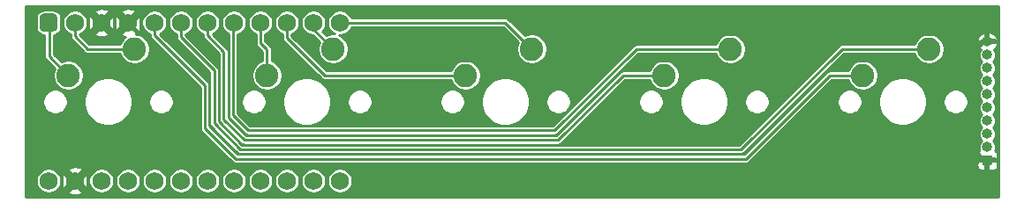
<source format=gbr>
%TF.GenerationSoftware,KiCad,Pcbnew,5.99.0+really5.1.10+dfsg1-1*%
%TF.CreationDate,2021-05-25T04:06:56-04:00*%
%TF.ProjectId,5x1,3578312e-6b69-4636-9164-5f7063625858,rev?*%
%TF.SameCoordinates,Original*%
%TF.FileFunction,Copper,L1,Top*%
%TF.FilePolarity,Positive*%
%FSLAX46Y46*%
G04 Gerber Fmt 4.6, Leading zero omitted, Abs format (unit mm)*
G04 Created by KiCad (PCBNEW 5.99.0+really5.1.10+dfsg1-1) date 2021-05-25 04:06:56*
%MOMM*%
%LPD*%
G01*
G04 APERTURE LIST*
%TA.AperFunction,ComponentPad*%
%ADD10C,2.250000*%
%TD*%
%TA.AperFunction,ComponentPad*%
%ADD11O,1.000000X1.000000*%
%TD*%
%TA.AperFunction,ComponentPad*%
%ADD12C,1.752600*%
%TD*%
%TA.AperFunction,ViaPad*%
%ADD13C,0.800000*%
%TD*%
%TA.AperFunction,Conductor*%
%ADD14C,0.254000*%
%TD*%
%TA.AperFunction,Conductor*%
%ADD15C,0.762000*%
%TD*%
%TA.AperFunction,Conductor*%
%ADD16C,0.304800*%
%TD*%
%TA.AperFunction,Conductor*%
%ADD17C,0.508000*%
%TD*%
%TA.AperFunction,Conductor*%
%ADD18C,0.381000*%
%TD*%
%TA.AperFunction,Conductor*%
%ADD19C,0.250000*%
%TD*%
%TA.AperFunction,Conductor*%
%ADD20C,0.150000*%
%TD*%
G04 APERTURE END LIST*
D10*
%TO.P,MX_4,2*%
%TO.N,R4*%
X86995000Y-4445000D03*
%TO.P,MX_4,1*%
%TO.N,C4*%
X80645000Y-6985000D03*
%TD*%
D11*
%TO.P,J1,10*%
%TO.N,GND*%
X92583000Y-3746500D03*
%TO.P,J1,9*%
%TO.N,Net-(J1-Pad9)*%
X92583000Y-5016500D03*
%TO.P,J1,8*%
%TO.N,Net-(J1-Pad8)*%
X92583000Y-6286500D03*
%TO.P,J1,7*%
%TO.N,Net-(J1-Pad7)*%
X92583000Y-7556500D03*
%TO.P,J1,6*%
%TO.N,Net-(J1-Pad6)*%
X92583000Y-8826500D03*
%TO.P,J1,5*%
%TO.N,Net-(J1-Pad5)*%
X92583000Y-10096500D03*
%TO.P,J1,4*%
%TO.N,Net-(J1-Pad4)*%
X92583000Y-11366500D03*
%TO.P,J1,3*%
%TO.N,Net-(J1-Pad3)*%
X92583000Y-12636500D03*
%TO.P,J1,2*%
%TO.N,Net-(J1-Pad2)*%
X92583000Y-13906500D03*
%TO.P,J1,1*%
%TO.N,GND*%
%TA.AperFunction,ComponentPad*%
G36*
G01*
X93083000Y-14926500D02*
X93083000Y-15426500D01*
G75*
G02*
X92833000Y-15676500I-250000J0D01*
G01*
X92333000Y-15676500D01*
G75*
G02*
X92083000Y-15426500I0J250000D01*
G01*
X92083000Y-14926500D01*
G75*
G02*
X92333000Y-14676500I250000J0D01*
G01*
X92833000Y-14676500D01*
G75*
G02*
X93083000Y-14926500I0J-250000D01*
G01*
G37*
%TD.AperFunction*%
%TD*%
D10*
%TO.P,MX_3,2*%
%TO.N,R3*%
X67945000Y-4445000D03*
%TO.P,MX_3,1*%
%TO.N,C3*%
X61595000Y-6985000D03*
%TD*%
%TO.P,MX_2,2*%
%TO.N,R2*%
X48895000Y-4445000D03*
%TO.P,MX_2,1*%
%TO.N,C2*%
X42545000Y-6985000D03*
%TD*%
%TO.P,MX_0,2*%
%TO.N,R0*%
X10795000Y-4445000D03*
%TO.P,MX_0,1*%
%TO.N,C0*%
X4445000Y-6985000D03*
%TD*%
%TO.P,MX_1,2*%
%TO.N,R1*%
X29845000Y-4445000D03*
%TO.P,MX_1,1*%
%TO.N,C1*%
X23495000Y-6985000D03*
%TD*%
D12*
%TO.P,U1,24*%
%TO.N,NC1*%
X2540000Y-17145000D03*
%TO.P,U1,12*%
%TO.N,R2*%
X30480000Y-1905000D03*
%TO.P,U1,23*%
%TO.N,GND*%
X5080000Y-17145000D03*
%TO.P,U1,22*%
%TO.N,NC2*%
X7620000Y-17145000D03*
%TO.P,U1,21*%
%TO.N,VCC*%
X10160000Y-17145000D03*
%TO.P,U1,20*%
%TO.N,Net-(J1-Pad9)*%
X12700000Y-17145000D03*
%TO.P,U1,19*%
%TO.N,Net-(J1-Pad8)*%
X15240000Y-17145000D03*
%TO.P,U1,18*%
%TO.N,Net-(J1-Pad7)*%
X17780000Y-17145000D03*
%TO.P,U1,17*%
%TO.N,Net-(J1-Pad6)*%
X20320000Y-17145000D03*
%TO.P,U1,16*%
%TO.N,Net-(J1-Pad5)*%
X22860000Y-17145000D03*
%TO.P,U1,15*%
%TO.N,Net-(J1-Pad4)*%
X25400000Y-17145000D03*
%TO.P,U1,14*%
%TO.N,Net-(J1-Pad3)*%
X27940000Y-17145000D03*
%TO.P,U1,13*%
%TO.N,Net-(J1-Pad2)*%
X30480000Y-17145000D03*
%TO.P,U1,11*%
%TO.N,R1*%
X27940000Y-1905000D03*
%TO.P,U1,10*%
%TO.N,C2*%
X25400000Y-1905000D03*
%TO.P,U1,9*%
%TO.N,C1*%
X22860000Y-1905000D03*
%TO.P,U1,8*%
%TO.N,R3*%
X20320000Y-1905000D03*
%TO.P,U1,7*%
%TO.N,C3*%
X17780000Y-1905000D03*
%TO.P,U1,6*%
%TO.N,R4*%
X15240000Y-1905000D03*
%TO.P,U1,5*%
%TO.N,C4*%
X12700000Y-1905000D03*
%TO.P,U1,4*%
%TO.N,GND*%
X10160000Y-1905000D03*
%TO.P,U1,3*%
X7620000Y-1905000D03*
%TO.P,U1,2*%
%TO.N,R0*%
X5080000Y-1905000D03*
%TO.P,U1,1*%
%TO.N,C0*%
%TA.AperFunction,ComponentPad*%
G36*
G01*
X1663700Y-2343150D02*
X1663700Y-1466850D01*
G75*
G02*
X2101850Y-1028700I438150J0D01*
G01*
X2978150Y-1028700D01*
G75*
G02*
X3416300Y-1466850I0J-438150D01*
G01*
X3416300Y-2343150D01*
G75*
G02*
X2978150Y-2781300I-438150J0D01*
G01*
X2101850Y-2781300D01*
G75*
G02*
X1663700Y-2343150I0J438150D01*
G01*
G37*
%TD.AperFunction*%
%TD*%
D13*
%TO.N,GND*%
X24130000Y-15875000D03*
X91503500Y-12001500D03*
X91567000Y-9461500D03*
X34290000Y-635000D03*
X36830000Y-635000D03*
X39370000Y-635000D03*
X41910000Y-635000D03*
X44450000Y-635000D03*
X46990000Y-635000D03*
X49530000Y-635000D03*
X52070000Y-635000D03*
X54610000Y-635000D03*
X57150000Y-635000D03*
X59690000Y-635000D03*
X62230000Y-635000D03*
X64770000Y-635000D03*
X67310000Y-635000D03*
X69850000Y-635000D03*
X72390000Y-635000D03*
X74930000Y-635000D03*
X77470000Y-635000D03*
X80010000Y-635000D03*
X82550000Y-635000D03*
X85090000Y-635000D03*
X87630000Y-635000D03*
X90170000Y-635000D03*
X92710000Y-635000D03*
X4445000Y-8763000D03*
X42545000Y-8763000D03*
X61595000Y-8763000D03*
X80645000Y-8763000D03*
X31750000Y-18415000D03*
X24130000Y-18415000D03*
X13970000Y-18415000D03*
X1270000Y-18415000D03*
X3810000Y-18415000D03*
X1270000Y-15875000D03*
X6350000Y-18415000D03*
X19050000Y-18415000D03*
X3810000Y-15875000D03*
X8890000Y-18415000D03*
X8890000Y-15875000D03*
X21590000Y-18415000D03*
X26670000Y-18415000D03*
X11430000Y-15875000D03*
X6350000Y-15875000D03*
X13970000Y-635000D03*
X16510000Y-635000D03*
X19050000Y-635000D03*
X21590000Y-635000D03*
X24066500Y-635000D03*
X26670000Y-635000D03*
X3810000Y-635000D03*
X1270000Y-635000D03*
X3810000Y-3175000D03*
X1270000Y-3175000D03*
X6350000Y-3175000D03*
X6350000Y-635000D03*
X8890000Y-3175000D03*
X13970000Y-3175000D03*
X16510000Y-3175000D03*
X19050000Y-3175000D03*
X21590000Y-3175000D03*
X24066500Y-3175000D03*
X26670000Y-3175000D03*
X8890000Y-635000D03*
X11430000Y-635000D03*
X31686500Y-635000D03*
X31686500Y-3175000D03*
X11430000Y-18415000D03*
X29210000Y-18415000D03*
X11620500Y-6096000D03*
X49720500Y-6096000D03*
X68770500Y-6096000D03*
X87820500Y-6096000D03*
X92710000Y-18415000D03*
X90170000Y-18415000D03*
X87630000Y-18415000D03*
X85090000Y-18415000D03*
X82550000Y-18415000D03*
X80010000Y-18415000D03*
X77470000Y-18415000D03*
X74930000Y-18415000D03*
X72390000Y-18415000D03*
X69850000Y-18415000D03*
X67310000Y-18415000D03*
X64770000Y-18415000D03*
X62230000Y-18415000D03*
X59690000Y-18415000D03*
X57150000Y-18415000D03*
X54610000Y-18415000D03*
X52070000Y-18415000D03*
X49530000Y-18415000D03*
X46990000Y-18415000D03*
X44450000Y-18415000D03*
X41910000Y-18415000D03*
X39370000Y-18415000D03*
X36830000Y-18415000D03*
X29210000Y-635000D03*
X34290000Y-18415000D03*
X1270000Y-13335000D03*
X1270000Y-10795000D03*
X1270000Y-8255000D03*
X1270000Y-5715000D03*
X13970000Y-15875000D03*
X16510000Y-18415000D03*
X16510000Y-15875000D03*
X19050000Y-15875000D03*
X21590000Y-15875000D03*
X92710000Y-1905000D03*
X92710000Y-17145000D03*
X91440000Y-635000D03*
X88900000Y-635000D03*
X86360000Y-635000D03*
X83820000Y-635000D03*
X81280000Y-635000D03*
X78740000Y-635000D03*
X76200000Y-635000D03*
X73660000Y-635000D03*
X71120000Y-635000D03*
X68580000Y-635000D03*
X66040000Y-635000D03*
X63500000Y-635000D03*
X60960000Y-635000D03*
X58420000Y-635000D03*
X55880000Y-635000D03*
X53340000Y-635000D03*
X50800000Y-635000D03*
X48260000Y-635000D03*
X45720000Y-635000D03*
X43180000Y-635000D03*
X40640000Y-635000D03*
X38100000Y-635000D03*
X33020000Y-635000D03*
X91440000Y-18415000D03*
X88900000Y-18415000D03*
X86360000Y-18415000D03*
X83820000Y-18415000D03*
X81280000Y-18415000D03*
X78740000Y-18415000D03*
X76200000Y-18415000D03*
X73660000Y-18415000D03*
X71120000Y-18415000D03*
X68580000Y-18415000D03*
X66040000Y-18415000D03*
X63500000Y-18415000D03*
X60960000Y-18415000D03*
X58420000Y-18415000D03*
X55880000Y-18415000D03*
X53340000Y-18415000D03*
X50800000Y-18415000D03*
X48260000Y-18415000D03*
X45720000Y-18415000D03*
X43180000Y-18415000D03*
X40640000Y-18415000D03*
X38100000Y-18415000D03*
X35560000Y-18415000D03*
X33020000Y-18415000D03*
X1270000Y-14605000D03*
X1270000Y-12065000D03*
X1270000Y-9525000D03*
X1270000Y-6985000D03*
X1270000Y-4445000D03*
X26676074Y-15881074D03*
X91567000Y-6921500D03*
X31750000Y-15875000D03*
X23495000Y-8763000D03*
X30670500Y-6096000D03*
X35560000Y-635000D03*
X91503500Y-14541500D03*
X91567000Y-4381500D03*
%TD*%
D14*
%TO.N,C0*%
X2603500Y-5143500D02*
X2603500Y-1905000D01*
X4445000Y-6985000D02*
X2603500Y-5143500D01*
%TO.N,C1*%
X22860000Y-3873500D02*
X22860000Y-1905000D01*
X23495000Y-4508500D02*
X22860000Y-3873500D01*
X23495000Y-6985000D02*
X23495000Y-4508500D01*
%TO.N,C2*%
X25400000Y-3365500D02*
X25400000Y-1905000D01*
X29019500Y-6985000D02*
X25400000Y-3365500D01*
X42545000Y-6985000D02*
X29019500Y-6985000D01*
%TO.N,C3*%
X61595000Y-6985000D02*
X57657999Y-6985000D01*
X57657999Y-6985000D02*
X51435066Y-13207933D01*
X19340967Y-4705242D02*
X17780000Y-3144275D01*
X17780000Y-3144275D02*
X17780000Y-1905000D01*
X21317557Y-13207933D02*
X19340967Y-11231343D01*
X51435066Y-13207933D02*
X21317557Y-13207933D01*
X19340967Y-11231343D02*
X19340967Y-4705242D01*
%TO.N,C4*%
X20497071Y-15023971D02*
X17524925Y-12051825D01*
X12700000Y-3144275D02*
X12700000Y-1905000D01*
X17524925Y-7969200D02*
X12700000Y-3144275D01*
X80645000Y-6985000D02*
X77470000Y-6985000D01*
X77470000Y-6985000D02*
X69431029Y-15023971D01*
X69431029Y-15023971D02*
X20497071Y-15023971D01*
X17524925Y-12051825D02*
X17524925Y-7969200D01*
%TO.N,GND*%
X81015962Y-8763000D02*
X80645000Y-8763000D01*
X6286500Y-3111500D02*
X6413500Y-3111500D01*
D15*
X6350000Y-18415000D02*
X5080000Y-17145000D01*
X3810000Y-18415000D02*
X5080000Y-17145000D01*
X6350000Y-15875000D02*
X5080000Y-17145000D01*
X3810000Y-15875000D02*
X5080000Y-17145000D01*
X6350000Y-635000D02*
X7620000Y-1905000D01*
X8890000Y-635000D02*
X7620000Y-1905000D01*
X8890000Y-3175000D02*
X7620000Y-1905000D01*
X6350000Y-3175000D02*
X7620000Y-1905000D01*
X8890000Y-3175000D02*
X10160000Y-1905000D01*
X11430000Y-635000D02*
X10160000Y-1905000D01*
X10160000Y-1905000D02*
X8890000Y-635000D01*
D14*
X1270000Y-5932231D02*
X1270000Y-5715000D01*
X4445000Y-8763000D02*
X4191962Y-8763000D01*
X6098443Y-5463443D02*
X3810000Y-3175000D01*
X6098443Y-7675242D02*
X6098443Y-5463443D01*
X5010685Y-8763000D02*
X6098443Y-7675242D01*
X4445000Y-8763000D02*
X5010685Y-8763000D01*
X6731000Y-6096000D02*
X3810000Y-3175000D01*
X9969500Y-6096000D02*
X6731000Y-6096000D01*
D16*
X8890000Y-635000D02*
X8890000Y-3175000D01*
D14*
X12247001Y-5141961D02*
X12247001Y-3748039D01*
X12247001Y-3748039D02*
X11430000Y-2931038D01*
X47233962Y-635000D02*
X46990000Y-635000D01*
D16*
X6350000Y-3175000D02*
X6350000Y-635000D01*
D17*
X92710000Y-15303500D02*
X92583000Y-15176500D01*
D14*
X31750000Y-15811500D02*
X31746106Y-15807606D01*
X29210000Y-15811500D02*
X29213894Y-15807606D01*
X31746106Y-15807606D02*
X29213894Y-15807606D01*
X26670000Y-15875000D02*
X26676074Y-15881074D01*
X24130000Y-15875000D02*
X26670000Y-15875000D01*
X26670000Y-15887148D02*
X26676074Y-15881074D01*
X26749542Y-15807606D02*
X26676074Y-15881074D01*
X29213894Y-15807606D02*
X26749542Y-15807606D01*
X61965962Y-8763000D02*
X61595000Y-8763000D01*
X64632962Y-6096000D02*
X61965962Y-8763000D01*
X67119500Y-6096000D02*
X64632962Y-6096000D01*
X83682962Y-6096000D02*
X81015962Y-8763000D01*
X86169500Y-6096000D02*
X83682962Y-6096000D01*
X11292962Y-6096000D02*
X12247001Y-5141961D01*
X9969500Y-6096000D02*
X11292962Y-6096000D01*
X41848039Y-5532999D02*
X41285038Y-6096000D01*
X43997001Y-6288039D02*
X43241961Y-5532999D01*
X43997001Y-7876684D02*
X43997001Y-6288039D01*
X43241961Y-5532999D02*
X41848039Y-5532999D01*
X43110685Y-8763000D02*
X43997001Y-7876684D01*
X42545000Y-8763000D02*
X43110685Y-8763000D01*
X51679559Y-13661941D02*
X53031941Y-13661941D01*
X57018501Y-8322999D02*
X51679559Y-13661941D01*
X60964980Y-8322999D02*
X57018501Y-8322999D01*
X61404981Y-8763000D02*
X60964980Y-8322999D01*
X61595000Y-8763000D02*
X61404981Y-8763000D01*
X31750000Y-15875000D02*
X31750000Y-15811500D01*
D18*
X91567000Y-11938000D02*
X91503500Y-12001500D01*
X92710000Y-3619500D02*
X92583000Y-3746500D01*
D16*
X11430000Y-2931038D02*
X11430000Y-635000D01*
D14*
X80645000Y-8763000D02*
X80391962Y-8763000D01*
X79951961Y-8322999D02*
X76774069Y-8322999D01*
X80391962Y-8763000D02*
X79951961Y-8322999D01*
X69285568Y-15811500D02*
X31750000Y-15811500D01*
X76774069Y-8322999D02*
X69285568Y-15811500D01*
X68761059Y-13661941D02*
X53031941Y-13661941D01*
X79430001Y-2992999D02*
X68761059Y-13661941D01*
X88447001Y-5141961D02*
X88447001Y-3748039D01*
X87691961Y-2992999D02*
X79430001Y-2992999D01*
X88447001Y-3748039D02*
X87691961Y-2992999D01*
X86169500Y-6096000D02*
X87492962Y-6096000D01*
X87492962Y-6096000D02*
X88447001Y-5141961D01*
X42545000Y-8763000D02*
X42291962Y-8763000D01*
D16*
X3810000Y-15875000D02*
X3810000Y-18415000D01*
X6350000Y-18415000D02*
X6350000Y-15875000D01*
D14*
X29025315Y-6096000D02*
X30670500Y-6096000D01*
X26670000Y-3740685D02*
X29025315Y-6096000D01*
X26670000Y-3175000D02*
X26670000Y-3740685D01*
X30670500Y-6096000D02*
X31712002Y-6096000D01*
X41285038Y-6096000D02*
X31712002Y-6096000D01*
X42227500Y-8763000D02*
X42545000Y-8763000D01*
X40903509Y-7439009D02*
X42227500Y-8763000D01*
X28648009Y-7439009D02*
X40903509Y-7439009D01*
X24384000Y-3175000D02*
X28648009Y-7439009D01*
X24066500Y-3175000D02*
X24384000Y-3175000D01*
D19*
X20764500Y-4000500D02*
X21590000Y-3175000D01*
X20764500Y-10731500D02*
X20764500Y-4000500D01*
X21878901Y-11845901D02*
X20764500Y-10731500D01*
D14*
X85606499Y-5532999D02*
X78174137Y-5532999D01*
X21505614Y-12753922D02*
X51247009Y-12753922D01*
X86169500Y-6096000D02*
X85606499Y-5532999D01*
X19794978Y-11043286D02*
X21505614Y-12753922D01*
X14369999Y-3574999D02*
X13970000Y-3175000D01*
X21129497Y-13661941D02*
X18886956Y-11419400D01*
X18886956Y-11419400D02*
X18886956Y-5424956D01*
X19050000Y-3175000D02*
X19794978Y-3919978D01*
X17978936Y-11818435D02*
X17978936Y-7183936D01*
X66719501Y-5696001D02*
X67119500Y-6096000D01*
X19794978Y-3919978D02*
X19794978Y-11043286D01*
D19*
X22845537Y-11845901D02*
X21878901Y-11845901D01*
D14*
X20730461Y-14569960D02*
X17978936Y-11818435D01*
X66556499Y-5532999D02*
X66719501Y-5696001D01*
X69137176Y-14569960D02*
X20730461Y-14569960D01*
X58467933Y-5532999D02*
X66556499Y-5532999D01*
X78174137Y-5532999D02*
X69137176Y-14569960D01*
X51247009Y-12753922D02*
X58467933Y-5532999D01*
X17978936Y-7183936D02*
X14369999Y-3574999D01*
X53031941Y-13661941D02*
X21129497Y-13661941D01*
X18886956Y-5424956D02*
X16573500Y-3111500D01*
X67119500Y-6096000D02*
X68442962Y-6096000D01*
X68442962Y-6096000D02*
X69397001Y-5141961D01*
X69397001Y-5141961D02*
X69397001Y-3748039D01*
X26190967Y-11845901D02*
X22845537Y-11845901D01*
X69397001Y-3748039D02*
X68641961Y-2992999D01*
X50870895Y-11845901D02*
X26190967Y-11845901D01*
X68641961Y-2992999D02*
X59723797Y-2992999D01*
X59723797Y-2992999D02*
X50870895Y-11845901D01*
D17*
X92138500Y-15176500D02*
X91503500Y-14541500D01*
X92583000Y-15176500D02*
X92138500Y-15176500D01*
X92583000Y-15176500D02*
X93345000Y-15176500D01*
X92583000Y-17018000D02*
X92710000Y-17145000D01*
X92583000Y-15176500D02*
X92583000Y-17018000D01*
X92583000Y-2032000D02*
X92710000Y-1905000D01*
X92583000Y-3746500D02*
X92583000Y-2032000D01*
X92583000Y-3746500D02*
X93281500Y-3746500D01*
X92202000Y-3746500D02*
X91567000Y-4381500D01*
X92583000Y-3746500D02*
X92202000Y-3746500D01*
D14*
%TO.N,R0*%
X6286500Y-4445000D02*
X10795000Y-4445000D01*
X5080000Y-3238500D02*
X6286500Y-4445000D01*
X5080000Y-1905000D02*
X5080000Y-3238500D01*
%TO.N,R1*%
X27940000Y-2540000D02*
X27940000Y-1905000D01*
X29845000Y-4445000D02*
X27940000Y-2540000D01*
%TO.N,R2*%
X46355000Y-1905000D02*
X30543500Y-1905000D01*
X48895000Y-4445000D02*
X46355000Y-1905000D01*
%TO.N,R3*%
X20248989Y-1976011D02*
X20320000Y-1905000D01*
X21693671Y-12299911D02*
X20248989Y-10855229D01*
X20248989Y-10855229D02*
X20248989Y-1976011D01*
X51058952Y-12299911D02*
X21693671Y-12299911D01*
X67945000Y-4445000D02*
X58913864Y-4445000D01*
X58913864Y-4445000D02*
X51058952Y-12299911D01*
%TO.N,R4*%
X86995000Y-4445000D02*
X87249000Y-4699000D01*
X18432945Y-6494945D02*
X18432945Y-11607457D01*
X18432945Y-11607457D02*
X20941437Y-14115949D01*
X20941437Y-14115949D02*
X68949119Y-14115949D01*
X68949119Y-14115949D02*
X78620068Y-4445000D01*
X78620068Y-4445000D02*
X86995000Y-4445000D01*
X15240000Y-3302000D02*
X18432945Y-6494945D01*
X15240000Y-1905000D02*
X15240000Y-3302000D01*
%TD*%
%TO.N,GND*%
X93624800Y-18694800D02*
X355200Y-18694800D01*
X355200Y-17026170D01*
X1333500Y-17026170D01*
X1333500Y-17263830D01*
X1379865Y-17496923D01*
X1470813Y-17716492D01*
X1602850Y-17914099D01*
X1770901Y-18082150D01*
X1968508Y-18214187D01*
X2188077Y-18305135D01*
X2421170Y-18351500D01*
X2658830Y-18351500D01*
X2891923Y-18305135D01*
X3111492Y-18214187D01*
X3308494Y-18082554D01*
X4232248Y-18082554D01*
X4314616Y-18306492D01*
X4555919Y-18433494D01*
X4817361Y-18510978D01*
X5088897Y-18535970D01*
X5360091Y-18507507D01*
X5620520Y-18426684D01*
X5845384Y-18306492D01*
X5927752Y-18082554D01*
X5080000Y-17234803D01*
X4232248Y-18082554D01*
X3308494Y-18082554D01*
X3309099Y-18082150D01*
X3477150Y-17914099D01*
X3609187Y-17716492D01*
X3700135Y-17496923D01*
X3716433Y-17414989D01*
X3717493Y-17425091D01*
X3798316Y-17685520D01*
X3918508Y-17910384D01*
X4142446Y-17992752D01*
X4990197Y-17145000D01*
X5169803Y-17145000D01*
X6017554Y-17992752D01*
X6241492Y-17910384D01*
X6368494Y-17669081D01*
X6443661Y-17415458D01*
X6459865Y-17496923D01*
X6550813Y-17716492D01*
X6682850Y-17914099D01*
X6850901Y-18082150D01*
X7048508Y-18214187D01*
X7268077Y-18305135D01*
X7501170Y-18351500D01*
X7738830Y-18351500D01*
X7971923Y-18305135D01*
X8191492Y-18214187D01*
X8389099Y-18082150D01*
X8557150Y-17914099D01*
X8689187Y-17716492D01*
X8780135Y-17496923D01*
X8826500Y-17263830D01*
X8826500Y-17026170D01*
X8953500Y-17026170D01*
X8953500Y-17263830D01*
X8999865Y-17496923D01*
X9090813Y-17716492D01*
X9222850Y-17914099D01*
X9390901Y-18082150D01*
X9588508Y-18214187D01*
X9808077Y-18305135D01*
X10041170Y-18351500D01*
X10278830Y-18351500D01*
X10511923Y-18305135D01*
X10731492Y-18214187D01*
X10929099Y-18082150D01*
X11097150Y-17914099D01*
X11229187Y-17716492D01*
X11320135Y-17496923D01*
X11366500Y-17263830D01*
X11366500Y-17026170D01*
X11493500Y-17026170D01*
X11493500Y-17263830D01*
X11539865Y-17496923D01*
X11630813Y-17716492D01*
X11762850Y-17914099D01*
X11930901Y-18082150D01*
X12128508Y-18214187D01*
X12348077Y-18305135D01*
X12581170Y-18351500D01*
X12818830Y-18351500D01*
X13051923Y-18305135D01*
X13271492Y-18214187D01*
X13469099Y-18082150D01*
X13637150Y-17914099D01*
X13769187Y-17716492D01*
X13860135Y-17496923D01*
X13906500Y-17263830D01*
X13906500Y-17026170D01*
X14033500Y-17026170D01*
X14033500Y-17263830D01*
X14079865Y-17496923D01*
X14170813Y-17716492D01*
X14302850Y-17914099D01*
X14470901Y-18082150D01*
X14668508Y-18214187D01*
X14888077Y-18305135D01*
X15121170Y-18351500D01*
X15358830Y-18351500D01*
X15591923Y-18305135D01*
X15811492Y-18214187D01*
X16009099Y-18082150D01*
X16177150Y-17914099D01*
X16309187Y-17716492D01*
X16400135Y-17496923D01*
X16446500Y-17263830D01*
X16446500Y-17026170D01*
X16573500Y-17026170D01*
X16573500Y-17263830D01*
X16619865Y-17496923D01*
X16710813Y-17716492D01*
X16842850Y-17914099D01*
X17010901Y-18082150D01*
X17208508Y-18214187D01*
X17428077Y-18305135D01*
X17661170Y-18351500D01*
X17898830Y-18351500D01*
X18131923Y-18305135D01*
X18351492Y-18214187D01*
X18549099Y-18082150D01*
X18717150Y-17914099D01*
X18849187Y-17716492D01*
X18940135Y-17496923D01*
X18986500Y-17263830D01*
X18986500Y-17026170D01*
X19113500Y-17026170D01*
X19113500Y-17263830D01*
X19159865Y-17496923D01*
X19250813Y-17716492D01*
X19382850Y-17914099D01*
X19550901Y-18082150D01*
X19748508Y-18214187D01*
X19968077Y-18305135D01*
X20201170Y-18351500D01*
X20438830Y-18351500D01*
X20671923Y-18305135D01*
X20891492Y-18214187D01*
X21089099Y-18082150D01*
X21257150Y-17914099D01*
X21389187Y-17716492D01*
X21480135Y-17496923D01*
X21526500Y-17263830D01*
X21526500Y-17026170D01*
X21653500Y-17026170D01*
X21653500Y-17263830D01*
X21699865Y-17496923D01*
X21790813Y-17716492D01*
X21922850Y-17914099D01*
X22090901Y-18082150D01*
X22288508Y-18214187D01*
X22508077Y-18305135D01*
X22741170Y-18351500D01*
X22978830Y-18351500D01*
X23211923Y-18305135D01*
X23431492Y-18214187D01*
X23629099Y-18082150D01*
X23797150Y-17914099D01*
X23929187Y-17716492D01*
X24020135Y-17496923D01*
X24066500Y-17263830D01*
X24066500Y-17026170D01*
X24193500Y-17026170D01*
X24193500Y-17263830D01*
X24239865Y-17496923D01*
X24330813Y-17716492D01*
X24462850Y-17914099D01*
X24630901Y-18082150D01*
X24828508Y-18214187D01*
X25048077Y-18305135D01*
X25281170Y-18351500D01*
X25518830Y-18351500D01*
X25751923Y-18305135D01*
X25971492Y-18214187D01*
X26169099Y-18082150D01*
X26337150Y-17914099D01*
X26469187Y-17716492D01*
X26560135Y-17496923D01*
X26606500Y-17263830D01*
X26606500Y-17026170D01*
X26733500Y-17026170D01*
X26733500Y-17263830D01*
X26779865Y-17496923D01*
X26870813Y-17716492D01*
X27002850Y-17914099D01*
X27170901Y-18082150D01*
X27368508Y-18214187D01*
X27588077Y-18305135D01*
X27821170Y-18351500D01*
X28058830Y-18351500D01*
X28291923Y-18305135D01*
X28511492Y-18214187D01*
X28709099Y-18082150D01*
X28877150Y-17914099D01*
X29009187Y-17716492D01*
X29100135Y-17496923D01*
X29146500Y-17263830D01*
X29146500Y-17026170D01*
X29273500Y-17026170D01*
X29273500Y-17263830D01*
X29319865Y-17496923D01*
X29410813Y-17716492D01*
X29542850Y-17914099D01*
X29710901Y-18082150D01*
X29908508Y-18214187D01*
X30128077Y-18305135D01*
X30361170Y-18351500D01*
X30598830Y-18351500D01*
X30831923Y-18305135D01*
X31051492Y-18214187D01*
X31249099Y-18082150D01*
X31417150Y-17914099D01*
X31549187Y-17716492D01*
X31640135Y-17496923D01*
X31686500Y-17263830D01*
X31686500Y-17026170D01*
X31640135Y-16793077D01*
X31549187Y-16573508D01*
X31417150Y-16375901D01*
X31249099Y-16207850D01*
X31051492Y-16075813D01*
X30831923Y-15984865D01*
X30598830Y-15938500D01*
X30361170Y-15938500D01*
X30128077Y-15984865D01*
X29908508Y-16075813D01*
X29710901Y-16207850D01*
X29542850Y-16375901D01*
X29410813Y-16573508D01*
X29319865Y-16793077D01*
X29273500Y-17026170D01*
X29146500Y-17026170D01*
X29100135Y-16793077D01*
X29009187Y-16573508D01*
X28877150Y-16375901D01*
X28709099Y-16207850D01*
X28511492Y-16075813D01*
X28291923Y-15984865D01*
X28058830Y-15938500D01*
X27821170Y-15938500D01*
X27588077Y-15984865D01*
X27368508Y-16075813D01*
X27170901Y-16207850D01*
X27002850Y-16375901D01*
X26870813Y-16573508D01*
X26779865Y-16793077D01*
X26733500Y-17026170D01*
X26606500Y-17026170D01*
X26560135Y-16793077D01*
X26469187Y-16573508D01*
X26337150Y-16375901D01*
X26169099Y-16207850D01*
X25971492Y-16075813D01*
X25751923Y-15984865D01*
X25518830Y-15938500D01*
X25281170Y-15938500D01*
X25048077Y-15984865D01*
X24828508Y-16075813D01*
X24630901Y-16207850D01*
X24462850Y-16375901D01*
X24330813Y-16573508D01*
X24239865Y-16793077D01*
X24193500Y-17026170D01*
X24066500Y-17026170D01*
X24020135Y-16793077D01*
X23929187Y-16573508D01*
X23797150Y-16375901D01*
X23629099Y-16207850D01*
X23431492Y-16075813D01*
X23211923Y-15984865D01*
X22978830Y-15938500D01*
X22741170Y-15938500D01*
X22508077Y-15984865D01*
X22288508Y-16075813D01*
X22090901Y-16207850D01*
X21922850Y-16375901D01*
X21790813Y-16573508D01*
X21699865Y-16793077D01*
X21653500Y-17026170D01*
X21526500Y-17026170D01*
X21480135Y-16793077D01*
X21389187Y-16573508D01*
X21257150Y-16375901D01*
X21089099Y-16207850D01*
X20891492Y-16075813D01*
X20671923Y-15984865D01*
X20438830Y-15938500D01*
X20201170Y-15938500D01*
X19968077Y-15984865D01*
X19748508Y-16075813D01*
X19550901Y-16207850D01*
X19382850Y-16375901D01*
X19250813Y-16573508D01*
X19159865Y-16793077D01*
X19113500Y-17026170D01*
X18986500Y-17026170D01*
X18940135Y-16793077D01*
X18849187Y-16573508D01*
X18717150Y-16375901D01*
X18549099Y-16207850D01*
X18351492Y-16075813D01*
X18131923Y-15984865D01*
X17898830Y-15938500D01*
X17661170Y-15938500D01*
X17428077Y-15984865D01*
X17208508Y-16075813D01*
X17010901Y-16207850D01*
X16842850Y-16375901D01*
X16710813Y-16573508D01*
X16619865Y-16793077D01*
X16573500Y-17026170D01*
X16446500Y-17026170D01*
X16400135Y-16793077D01*
X16309187Y-16573508D01*
X16177150Y-16375901D01*
X16009099Y-16207850D01*
X15811492Y-16075813D01*
X15591923Y-15984865D01*
X15358830Y-15938500D01*
X15121170Y-15938500D01*
X14888077Y-15984865D01*
X14668508Y-16075813D01*
X14470901Y-16207850D01*
X14302850Y-16375901D01*
X14170813Y-16573508D01*
X14079865Y-16793077D01*
X14033500Y-17026170D01*
X13906500Y-17026170D01*
X13860135Y-16793077D01*
X13769187Y-16573508D01*
X13637150Y-16375901D01*
X13469099Y-16207850D01*
X13271492Y-16075813D01*
X13051923Y-15984865D01*
X12818830Y-15938500D01*
X12581170Y-15938500D01*
X12348077Y-15984865D01*
X12128508Y-16075813D01*
X11930901Y-16207850D01*
X11762850Y-16375901D01*
X11630813Y-16573508D01*
X11539865Y-16793077D01*
X11493500Y-17026170D01*
X11366500Y-17026170D01*
X11320135Y-16793077D01*
X11229187Y-16573508D01*
X11097150Y-16375901D01*
X10929099Y-16207850D01*
X10731492Y-16075813D01*
X10511923Y-15984865D01*
X10278830Y-15938500D01*
X10041170Y-15938500D01*
X9808077Y-15984865D01*
X9588508Y-16075813D01*
X9390901Y-16207850D01*
X9222850Y-16375901D01*
X9090813Y-16573508D01*
X8999865Y-16793077D01*
X8953500Y-17026170D01*
X8826500Y-17026170D01*
X8780135Y-16793077D01*
X8689187Y-16573508D01*
X8557150Y-16375901D01*
X8389099Y-16207850D01*
X8191492Y-16075813D01*
X7971923Y-15984865D01*
X7738830Y-15938500D01*
X7501170Y-15938500D01*
X7268077Y-15984865D01*
X7048508Y-16075813D01*
X6850901Y-16207850D01*
X6682850Y-16375901D01*
X6550813Y-16573508D01*
X6459865Y-16793077D01*
X6443567Y-16875011D01*
X6442507Y-16864909D01*
X6361684Y-16604480D01*
X6241492Y-16379616D01*
X6017554Y-16297248D01*
X5169803Y-17145000D01*
X4990197Y-17145000D01*
X4142446Y-16297248D01*
X3918508Y-16379616D01*
X3791506Y-16620919D01*
X3716339Y-16874542D01*
X3700135Y-16793077D01*
X3609187Y-16573508D01*
X3477150Y-16375901D01*
X3309099Y-16207850D01*
X3308495Y-16207446D01*
X4232248Y-16207446D01*
X5080000Y-17055197D01*
X5927752Y-16207446D01*
X5845384Y-15983508D01*
X5604081Y-15856506D01*
X5342639Y-15779022D01*
X5071103Y-15754030D01*
X4799909Y-15782493D01*
X4539480Y-15863316D01*
X4314616Y-15983508D01*
X4232248Y-16207446D01*
X3308495Y-16207446D01*
X3111492Y-16075813D01*
X2891923Y-15984865D01*
X2658830Y-15938500D01*
X2421170Y-15938500D01*
X2188077Y-15984865D01*
X1968508Y-16075813D01*
X1770901Y-16207850D01*
X1602850Y-16375901D01*
X1470813Y-16573508D01*
X1379865Y-16793077D01*
X1333500Y-17026170D01*
X355200Y-17026170D01*
X355200Y-15676500D01*
X91572542Y-15676500D01*
X91582350Y-15776085D01*
X91611398Y-15871844D01*
X91658570Y-15960095D01*
X91722052Y-16037448D01*
X91799405Y-16100930D01*
X91887656Y-16148102D01*
X91983415Y-16177150D01*
X92083000Y-16186958D01*
X92392500Y-16184500D01*
X92519500Y-16057500D01*
X92519500Y-15240000D01*
X92646500Y-15240000D01*
X92646500Y-16057500D01*
X92773500Y-16184500D01*
X93083000Y-16186958D01*
X93182585Y-16177150D01*
X93278344Y-16148102D01*
X93366595Y-16100930D01*
X93443948Y-16037448D01*
X93507430Y-15960095D01*
X93554602Y-15871844D01*
X93583650Y-15776085D01*
X93593458Y-15676500D01*
X93591000Y-15367000D01*
X93464000Y-15240000D01*
X92646500Y-15240000D01*
X92519500Y-15240000D01*
X91702000Y-15240000D01*
X91575000Y-15367000D01*
X91572542Y-15676500D01*
X355200Y-15676500D01*
X355200Y-9406298D01*
X1969800Y-9406298D01*
X1969800Y-9643702D01*
X2016116Y-9876544D01*
X2106966Y-10095876D01*
X2238860Y-10293270D01*
X2406730Y-10461140D01*
X2604124Y-10593034D01*
X2823456Y-10683884D01*
X3056298Y-10730200D01*
X3293702Y-10730200D01*
X3526544Y-10683884D01*
X3745876Y-10593034D01*
X3943270Y-10461140D01*
X4111140Y-10293270D01*
X4243034Y-10095876D01*
X4333884Y-9876544D01*
X4380200Y-9643702D01*
X4380200Y-9406298D01*
X4358280Y-9296096D01*
X5930900Y-9296096D01*
X5930900Y-9753904D01*
X6020214Y-10202915D01*
X6195410Y-10625874D01*
X6449754Y-11006527D01*
X6773473Y-11330246D01*
X7154126Y-11584590D01*
X7577085Y-11759786D01*
X8026096Y-11849100D01*
X8483904Y-11849100D01*
X8932915Y-11759786D01*
X9355874Y-11584590D01*
X9736527Y-11330246D01*
X10060246Y-11006527D01*
X10314590Y-10625874D01*
X10489786Y-10202915D01*
X10579100Y-9753904D01*
X10579100Y-9406298D01*
X12129800Y-9406298D01*
X12129800Y-9643702D01*
X12176116Y-9876544D01*
X12266966Y-10095876D01*
X12398860Y-10293270D01*
X12566730Y-10461140D01*
X12764124Y-10593034D01*
X12983456Y-10683884D01*
X13216298Y-10730200D01*
X13453702Y-10730200D01*
X13686544Y-10683884D01*
X13905876Y-10593034D01*
X14103270Y-10461140D01*
X14271140Y-10293270D01*
X14403034Y-10095876D01*
X14493884Y-9876544D01*
X14540200Y-9643702D01*
X14540200Y-9406298D01*
X14493884Y-9173456D01*
X14403034Y-8954124D01*
X14271140Y-8756730D01*
X14103270Y-8588860D01*
X13905876Y-8456966D01*
X13686544Y-8366116D01*
X13453702Y-8319800D01*
X13216298Y-8319800D01*
X12983456Y-8366116D01*
X12764124Y-8456966D01*
X12566730Y-8588860D01*
X12398860Y-8756730D01*
X12266966Y-8954124D01*
X12176116Y-9173456D01*
X12129800Y-9406298D01*
X10579100Y-9406298D01*
X10579100Y-9296096D01*
X10489786Y-8847085D01*
X10314590Y-8424126D01*
X10060246Y-8043473D01*
X9736527Y-7719754D01*
X9355874Y-7465410D01*
X8932915Y-7290214D01*
X8483904Y-7200900D01*
X8026096Y-7200900D01*
X7577085Y-7290214D01*
X7154126Y-7465410D01*
X6773473Y-7719754D01*
X6449754Y-8043473D01*
X6195410Y-8424126D01*
X6020214Y-8847085D01*
X5930900Y-9296096D01*
X4358280Y-9296096D01*
X4333884Y-9173456D01*
X4243034Y-8954124D01*
X4111140Y-8756730D01*
X3943270Y-8588860D01*
X3745876Y-8456966D01*
X3526544Y-8366116D01*
X3293702Y-8319800D01*
X3056298Y-8319800D01*
X2823456Y-8366116D01*
X2604124Y-8456966D01*
X2406730Y-8588860D01*
X2238860Y-8756730D01*
X2106966Y-8954124D01*
X2016116Y-9173456D01*
X1969800Y-9406298D01*
X355200Y-9406298D01*
X355200Y-1466850D01*
X1331903Y-1466850D01*
X1331903Y-2343150D01*
X1346697Y-2493359D01*
X1390512Y-2637796D01*
X1461662Y-2770910D01*
X1557415Y-2887585D01*
X1674090Y-2983338D01*
X1807204Y-3054488D01*
X1951641Y-3098303D01*
X2101850Y-3113097D01*
X2146301Y-3113097D01*
X2146300Y-5121050D01*
X2144089Y-5143500D01*
X2146300Y-5165950D01*
X2146300Y-5165959D01*
X2152915Y-5233126D01*
X2179059Y-5319308D01*
X2221513Y-5398735D01*
X2278647Y-5468353D01*
X2296097Y-5482674D01*
X3141860Y-6328438D01*
X3045723Y-6560534D01*
X2989800Y-6841675D01*
X2989800Y-7128325D01*
X3045723Y-7409466D01*
X3155419Y-7674296D01*
X3314672Y-7912636D01*
X3517364Y-8115328D01*
X3755704Y-8274581D01*
X4020534Y-8384277D01*
X4301675Y-8440200D01*
X4588325Y-8440200D01*
X4869466Y-8384277D01*
X5134296Y-8274581D01*
X5372636Y-8115328D01*
X5575328Y-7912636D01*
X5734581Y-7674296D01*
X5844277Y-7409466D01*
X5900200Y-7128325D01*
X5900200Y-6841675D01*
X5844277Y-6560534D01*
X5734581Y-6295704D01*
X5575328Y-6057364D01*
X5372636Y-5854672D01*
X5134296Y-5695419D01*
X4869466Y-5585723D01*
X4588325Y-5529800D01*
X4301675Y-5529800D01*
X4020534Y-5585723D01*
X3788438Y-5681860D01*
X3060700Y-4954123D01*
X3060700Y-3104967D01*
X3128359Y-3098303D01*
X3272796Y-3054488D01*
X3405910Y-2983338D01*
X3522585Y-2887585D01*
X3618338Y-2770910D01*
X3689488Y-2637796D01*
X3733303Y-2493359D01*
X3748097Y-2343150D01*
X3748097Y-1786170D01*
X3873500Y-1786170D01*
X3873500Y-2023830D01*
X3919865Y-2256923D01*
X4010813Y-2476492D01*
X4142850Y-2674099D01*
X4310901Y-2842150D01*
X4508508Y-2974187D01*
X4622801Y-3021528D01*
X4622801Y-3216041D01*
X4620589Y-3238500D01*
X4622801Y-3260960D01*
X4629416Y-3328127D01*
X4646061Y-3382995D01*
X4655560Y-3414309D01*
X4698013Y-3493735D01*
X4737057Y-3541309D01*
X4755148Y-3563353D01*
X4772592Y-3577669D01*
X5947335Y-4752414D01*
X5961647Y-4769853D01*
X5979086Y-4784165D01*
X5979092Y-4784171D01*
X6031264Y-4826987D01*
X6110690Y-4869441D01*
X6128386Y-4874809D01*
X6196873Y-4895585D01*
X6264040Y-4902200D01*
X6264050Y-4902200D01*
X6286500Y-4904411D01*
X6308950Y-4902200D01*
X9409282Y-4902200D01*
X9505419Y-5134296D01*
X9664672Y-5372636D01*
X9867364Y-5575328D01*
X10105704Y-5734581D01*
X10370534Y-5844277D01*
X10651675Y-5900200D01*
X10938325Y-5900200D01*
X11219466Y-5844277D01*
X11484296Y-5734581D01*
X11722636Y-5575328D01*
X11925328Y-5372636D01*
X12084581Y-5134296D01*
X12194277Y-4869466D01*
X12250200Y-4588325D01*
X12250200Y-4301675D01*
X12194277Y-4020534D01*
X12084581Y-3755704D01*
X11925328Y-3517364D01*
X11722636Y-3314672D01*
X11484296Y-3155419D01*
X11219466Y-3045723D01*
X10952552Y-2992630D01*
X11007752Y-2842554D01*
X10160000Y-1994803D01*
X9312248Y-2842554D01*
X9394616Y-3066492D01*
X9635919Y-3193494D01*
X9897361Y-3270978D01*
X9928472Y-3273841D01*
X9867364Y-3314672D01*
X9664672Y-3517364D01*
X9505419Y-3755704D01*
X9409282Y-3987800D01*
X6475879Y-3987800D01*
X5537200Y-3049123D01*
X5537200Y-3021528D01*
X5651492Y-2974187D01*
X5848494Y-2842554D01*
X6772248Y-2842554D01*
X6854616Y-3066492D01*
X7095919Y-3193494D01*
X7357361Y-3270978D01*
X7628897Y-3295970D01*
X7900091Y-3267507D01*
X8160520Y-3186684D01*
X8385384Y-3066492D01*
X8467752Y-2842554D01*
X7620000Y-1994803D01*
X6772248Y-2842554D01*
X5848494Y-2842554D01*
X5849099Y-2842150D01*
X6017150Y-2674099D01*
X6149187Y-2476492D01*
X6240135Y-2256923D01*
X6256433Y-2174989D01*
X6257493Y-2185091D01*
X6338316Y-2445520D01*
X6458508Y-2670384D01*
X6682446Y-2752752D01*
X7530197Y-1905000D01*
X7709803Y-1905000D01*
X8557554Y-2752752D01*
X8781492Y-2670384D01*
X8889162Y-2465812D01*
X8998508Y-2670384D01*
X9222446Y-2752752D01*
X10070197Y-1905000D01*
X10249803Y-1905000D01*
X11097554Y-2752752D01*
X11321492Y-2670384D01*
X11448494Y-2429081D01*
X11523661Y-2175458D01*
X11539865Y-2256923D01*
X11630813Y-2476492D01*
X11762850Y-2674099D01*
X11930901Y-2842150D01*
X12128508Y-2974187D01*
X12242800Y-3021528D01*
X12242800Y-3121825D01*
X12240589Y-3144275D01*
X12242800Y-3166725D01*
X12242800Y-3166734D01*
X12249415Y-3233901D01*
X12275559Y-3320083D01*
X12318013Y-3399510D01*
X12375147Y-3469128D01*
X12392597Y-3483449D01*
X17067726Y-8158579D01*
X17067725Y-12029375D01*
X17065514Y-12051825D01*
X17067725Y-12074275D01*
X17067725Y-12074284D01*
X17074340Y-12141451D01*
X17100484Y-12227633D01*
X17142938Y-12307060D01*
X17200072Y-12376678D01*
X17217522Y-12390999D01*
X20157901Y-15331379D01*
X20172218Y-15348824D01*
X20241835Y-15405958D01*
X20321262Y-15448412D01*
X20407444Y-15474556D01*
X20474611Y-15481171D01*
X20474620Y-15481171D01*
X20497070Y-15483382D01*
X20519520Y-15481171D01*
X69408579Y-15481171D01*
X69431029Y-15483382D01*
X69453479Y-15481171D01*
X69453489Y-15481171D01*
X69520656Y-15474556D01*
X69606838Y-15448412D01*
X69686265Y-15405958D01*
X69755882Y-15348824D01*
X69770203Y-15331374D01*
X70425077Y-14676500D01*
X91572542Y-14676500D01*
X91575000Y-14986000D01*
X91702000Y-15113000D01*
X92519500Y-15113000D01*
X92519500Y-15093000D01*
X92646500Y-15093000D01*
X92646500Y-15113000D01*
X93464000Y-15113000D01*
X93591000Y-14986000D01*
X93593458Y-14676500D01*
X93583650Y-14576915D01*
X93554602Y-14481156D01*
X93507430Y-14392905D01*
X93443948Y-14315552D01*
X93366595Y-14252070D01*
X93343562Y-14239758D01*
X93381296Y-14148660D01*
X93413200Y-13988268D01*
X93413200Y-13824732D01*
X93381296Y-13664340D01*
X93318714Y-13513253D01*
X93227858Y-13377278D01*
X93122080Y-13271500D01*
X93227858Y-13165722D01*
X93318714Y-13029747D01*
X93381296Y-12878660D01*
X93413200Y-12718268D01*
X93413200Y-12554732D01*
X93381296Y-12394340D01*
X93318714Y-12243253D01*
X93227858Y-12107278D01*
X93122080Y-12001500D01*
X93227858Y-11895722D01*
X93318714Y-11759747D01*
X93381296Y-11608660D01*
X93413200Y-11448268D01*
X93413200Y-11284732D01*
X93381296Y-11124340D01*
X93318714Y-10973253D01*
X93227858Y-10837278D01*
X93122080Y-10731500D01*
X93227858Y-10625722D01*
X93318714Y-10489747D01*
X93381296Y-10338660D01*
X93413200Y-10178268D01*
X93413200Y-10014732D01*
X93381296Y-9854340D01*
X93318714Y-9703253D01*
X93227858Y-9567278D01*
X93122080Y-9461500D01*
X93227858Y-9355722D01*
X93318714Y-9219747D01*
X93381296Y-9068660D01*
X93413200Y-8908268D01*
X93413200Y-8744732D01*
X93381296Y-8584340D01*
X93318714Y-8433253D01*
X93227858Y-8297278D01*
X93122080Y-8191500D01*
X93227858Y-8085722D01*
X93318714Y-7949747D01*
X93381296Y-7798660D01*
X93413200Y-7638268D01*
X93413200Y-7474732D01*
X93381296Y-7314340D01*
X93318714Y-7163253D01*
X93227858Y-7027278D01*
X93122080Y-6921500D01*
X93227858Y-6815722D01*
X93318714Y-6679747D01*
X93381296Y-6528660D01*
X93413200Y-6368268D01*
X93413200Y-6204732D01*
X93381296Y-6044340D01*
X93318714Y-5893253D01*
X93227858Y-5757278D01*
X93122080Y-5651500D01*
X93227858Y-5545722D01*
X93318714Y-5409747D01*
X93381296Y-5258660D01*
X93413200Y-5098268D01*
X93413200Y-4934732D01*
X93381296Y-4774340D01*
X93318714Y-4623253D01*
X93239626Y-4504890D01*
X93312503Y-4442125D01*
X93434196Y-4286440D01*
X93523178Y-4110005D01*
X93566679Y-3966591D01*
X93461709Y-3810000D01*
X92646500Y-3810000D01*
X92646500Y-3830000D01*
X92519500Y-3830000D01*
X92519500Y-3810000D01*
X91704291Y-3810000D01*
X91599321Y-3966591D01*
X91642822Y-4110005D01*
X91731804Y-4286440D01*
X91853497Y-4442125D01*
X91926374Y-4504890D01*
X91847286Y-4623253D01*
X91784704Y-4774340D01*
X91752800Y-4934732D01*
X91752800Y-5098268D01*
X91784704Y-5258660D01*
X91847286Y-5409747D01*
X91938142Y-5545722D01*
X92043920Y-5651500D01*
X91938142Y-5757278D01*
X91847286Y-5893253D01*
X91784704Y-6044340D01*
X91752800Y-6204732D01*
X91752800Y-6368268D01*
X91784704Y-6528660D01*
X91847286Y-6679747D01*
X91938142Y-6815722D01*
X92043920Y-6921500D01*
X91938142Y-7027278D01*
X91847286Y-7163253D01*
X91784704Y-7314340D01*
X91752800Y-7474732D01*
X91752800Y-7638268D01*
X91784704Y-7798660D01*
X91847286Y-7949747D01*
X91938142Y-8085722D01*
X92043920Y-8191500D01*
X91938142Y-8297278D01*
X91847286Y-8433253D01*
X91784704Y-8584340D01*
X91752800Y-8744732D01*
X91752800Y-8908268D01*
X91784704Y-9068660D01*
X91847286Y-9219747D01*
X91938142Y-9355722D01*
X92043920Y-9461500D01*
X91938142Y-9567278D01*
X91847286Y-9703253D01*
X91784704Y-9854340D01*
X91752800Y-10014732D01*
X91752800Y-10178268D01*
X91784704Y-10338660D01*
X91847286Y-10489747D01*
X91938142Y-10625722D01*
X92043920Y-10731500D01*
X91938142Y-10837278D01*
X91847286Y-10973253D01*
X91784704Y-11124340D01*
X91752800Y-11284732D01*
X91752800Y-11448268D01*
X91784704Y-11608660D01*
X91847286Y-11759747D01*
X91938142Y-11895722D01*
X92043920Y-12001500D01*
X91938142Y-12107278D01*
X91847286Y-12243253D01*
X91784704Y-12394340D01*
X91752800Y-12554732D01*
X91752800Y-12718268D01*
X91784704Y-12878660D01*
X91847286Y-13029747D01*
X91938142Y-13165722D01*
X92043920Y-13271500D01*
X91938142Y-13377278D01*
X91847286Y-13513253D01*
X91784704Y-13664340D01*
X91752800Y-13824732D01*
X91752800Y-13988268D01*
X91784704Y-14148660D01*
X91822438Y-14239758D01*
X91799405Y-14252070D01*
X91722052Y-14315552D01*
X91658570Y-14392905D01*
X91611398Y-14481156D01*
X91582350Y-14576915D01*
X91572542Y-14676500D01*
X70425077Y-14676500D01*
X75695279Y-9406298D01*
X78169800Y-9406298D01*
X78169800Y-9643702D01*
X78216116Y-9876544D01*
X78306966Y-10095876D01*
X78438860Y-10293270D01*
X78606730Y-10461140D01*
X78804124Y-10593034D01*
X79023456Y-10683884D01*
X79256298Y-10730200D01*
X79493702Y-10730200D01*
X79726544Y-10683884D01*
X79945876Y-10593034D01*
X80143270Y-10461140D01*
X80311140Y-10293270D01*
X80443034Y-10095876D01*
X80533884Y-9876544D01*
X80580200Y-9643702D01*
X80580200Y-9406298D01*
X80558280Y-9296096D01*
X82130900Y-9296096D01*
X82130900Y-9753904D01*
X82220214Y-10202915D01*
X82395410Y-10625874D01*
X82649754Y-11006527D01*
X82973473Y-11330246D01*
X83354126Y-11584590D01*
X83777085Y-11759786D01*
X84226096Y-11849100D01*
X84683904Y-11849100D01*
X85132915Y-11759786D01*
X85555874Y-11584590D01*
X85936527Y-11330246D01*
X86260246Y-11006527D01*
X86514590Y-10625874D01*
X86689786Y-10202915D01*
X86779100Y-9753904D01*
X86779100Y-9406298D01*
X88329800Y-9406298D01*
X88329800Y-9643702D01*
X88376116Y-9876544D01*
X88466966Y-10095876D01*
X88598860Y-10293270D01*
X88766730Y-10461140D01*
X88964124Y-10593034D01*
X89183456Y-10683884D01*
X89416298Y-10730200D01*
X89653702Y-10730200D01*
X89886544Y-10683884D01*
X90105876Y-10593034D01*
X90303270Y-10461140D01*
X90471140Y-10293270D01*
X90603034Y-10095876D01*
X90693884Y-9876544D01*
X90740200Y-9643702D01*
X90740200Y-9406298D01*
X90693884Y-9173456D01*
X90603034Y-8954124D01*
X90471140Y-8756730D01*
X90303270Y-8588860D01*
X90105876Y-8456966D01*
X89886544Y-8366116D01*
X89653702Y-8319800D01*
X89416298Y-8319800D01*
X89183456Y-8366116D01*
X88964124Y-8456966D01*
X88766730Y-8588860D01*
X88598860Y-8756730D01*
X88466966Y-8954124D01*
X88376116Y-9173456D01*
X88329800Y-9406298D01*
X86779100Y-9406298D01*
X86779100Y-9296096D01*
X86689786Y-8847085D01*
X86514590Y-8424126D01*
X86260246Y-8043473D01*
X85936527Y-7719754D01*
X85555874Y-7465410D01*
X85132915Y-7290214D01*
X84683904Y-7200900D01*
X84226096Y-7200900D01*
X83777085Y-7290214D01*
X83354126Y-7465410D01*
X82973473Y-7719754D01*
X82649754Y-8043473D01*
X82395410Y-8424126D01*
X82220214Y-8847085D01*
X82130900Y-9296096D01*
X80558280Y-9296096D01*
X80533884Y-9173456D01*
X80443034Y-8954124D01*
X80311140Y-8756730D01*
X80143270Y-8588860D01*
X79945876Y-8456966D01*
X79726544Y-8366116D01*
X79493702Y-8319800D01*
X79256298Y-8319800D01*
X79023456Y-8366116D01*
X78804124Y-8456966D01*
X78606730Y-8588860D01*
X78438860Y-8756730D01*
X78306966Y-8954124D01*
X78216116Y-9173456D01*
X78169800Y-9406298D01*
X75695279Y-9406298D01*
X77659378Y-7442200D01*
X79259282Y-7442200D01*
X79355419Y-7674296D01*
X79514672Y-7912636D01*
X79717364Y-8115328D01*
X79955704Y-8274581D01*
X80220534Y-8384277D01*
X80501675Y-8440200D01*
X80788325Y-8440200D01*
X81069466Y-8384277D01*
X81334296Y-8274581D01*
X81572636Y-8115328D01*
X81775328Y-7912636D01*
X81934581Y-7674296D01*
X82044277Y-7409466D01*
X82100200Y-7128325D01*
X82100200Y-6841675D01*
X82044277Y-6560534D01*
X81934581Y-6295704D01*
X81775328Y-6057364D01*
X81572636Y-5854672D01*
X81334296Y-5695419D01*
X81069466Y-5585723D01*
X80788325Y-5529800D01*
X80501675Y-5529800D01*
X80220534Y-5585723D01*
X79955704Y-5695419D01*
X79717364Y-5854672D01*
X79514672Y-6057364D01*
X79355419Y-6295704D01*
X79259282Y-6527800D01*
X77492450Y-6527800D01*
X77470000Y-6525589D01*
X77447550Y-6527800D01*
X77447540Y-6527800D01*
X77380373Y-6534415D01*
X77294191Y-6560559D01*
X77214764Y-6603013D01*
X77145147Y-6660147D01*
X77130830Y-6677592D01*
X69241652Y-14566771D01*
X69036340Y-14566771D01*
X69038746Y-14566534D01*
X69124928Y-14540390D01*
X69204355Y-14497936D01*
X69273972Y-14440802D01*
X69288293Y-14423352D01*
X78809446Y-4902200D01*
X85609282Y-4902200D01*
X85705419Y-5134296D01*
X85864672Y-5372636D01*
X86067364Y-5575328D01*
X86305704Y-5734581D01*
X86570534Y-5844277D01*
X86851675Y-5900200D01*
X87138325Y-5900200D01*
X87419466Y-5844277D01*
X87684296Y-5734581D01*
X87922636Y-5575328D01*
X88125328Y-5372636D01*
X88284581Y-5134296D01*
X88394277Y-4869466D01*
X88450200Y-4588325D01*
X88450200Y-4301675D01*
X88394277Y-4020534D01*
X88284581Y-3755704D01*
X88131372Y-3526409D01*
X91599321Y-3526409D01*
X91704291Y-3683000D01*
X92519500Y-3683000D01*
X92519500Y-2867499D01*
X92646500Y-2867499D01*
X92646500Y-3683000D01*
X93461709Y-3683000D01*
X93566679Y-3526409D01*
X93523178Y-3382995D01*
X93434196Y-3206560D01*
X93312503Y-3050875D01*
X93162776Y-2921922D01*
X92990769Y-2824657D01*
X92803091Y-2762818D01*
X92646500Y-2867499D01*
X92519500Y-2867499D01*
X92362909Y-2762818D01*
X92175231Y-2824657D01*
X92003224Y-2921922D01*
X91853497Y-3050875D01*
X91731804Y-3206560D01*
X91642822Y-3382995D01*
X91599321Y-3526409D01*
X88131372Y-3526409D01*
X88125328Y-3517364D01*
X87922636Y-3314672D01*
X87684296Y-3155419D01*
X87419466Y-3045723D01*
X87138325Y-2989800D01*
X86851675Y-2989800D01*
X86570534Y-3045723D01*
X86305704Y-3155419D01*
X86067364Y-3314672D01*
X85864672Y-3517364D01*
X85705419Y-3755704D01*
X85609282Y-3987800D01*
X78642517Y-3987800D01*
X78620067Y-3985589D01*
X78597617Y-3987800D01*
X78597608Y-3987800D01*
X78530441Y-3994415D01*
X78444259Y-4020559D01*
X78407285Y-4040322D01*
X78364831Y-4063013D01*
X78312660Y-4105830D01*
X78295215Y-4120147D01*
X78280898Y-4137592D01*
X68759742Y-13658749D01*
X51522347Y-13658749D01*
X51524693Y-13658518D01*
X51610875Y-13632374D01*
X51690302Y-13589920D01*
X51759919Y-13532786D01*
X51774240Y-13515336D01*
X55883278Y-9406298D01*
X59119800Y-9406298D01*
X59119800Y-9643702D01*
X59166116Y-9876544D01*
X59256966Y-10095876D01*
X59388860Y-10293270D01*
X59556730Y-10461140D01*
X59754124Y-10593034D01*
X59973456Y-10683884D01*
X60206298Y-10730200D01*
X60443702Y-10730200D01*
X60676544Y-10683884D01*
X60895876Y-10593034D01*
X61093270Y-10461140D01*
X61261140Y-10293270D01*
X61393034Y-10095876D01*
X61483884Y-9876544D01*
X61530200Y-9643702D01*
X61530200Y-9406298D01*
X61508280Y-9296096D01*
X63080900Y-9296096D01*
X63080900Y-9753904D01*
X63170214Y-10202915D01*
X63345410Y-10625874D01*
X63599754Y-11006527D01*
X63923473Y-11330246D01*
X64304126Y-11584590D01*
X64727085Y-11759786D01*
X65176096Y-11849100D01*
X65633904Y-11849100D01*
X66082915Y-11759786D01*
X66505874Y-11584590D01*
X66886527Y-11330246D01*
X67210246Y-11006527D01*
X67464590Y-10625874D01*
X67639786Y-10202915D01*
X67729100Y-9753904D01*
X67729100Y-9406298D01*
X69279800Y-9406298D01*
X69279800Y-9643702D01*
X69326116Y-9876544D01*
X69416966Y-10095876D01*
X69548860Y-10293270D01*
X69716730Y-10461140D01*
X69914124Y-10593034D01*
X70133456Y-10683884D01*
X70366298Y-10730200D01*
X70603702Y-10730200D01*
X70836544Y-10683884D01*
X71055876Y-10593034D01*
X71253270Y-10461140D01*
X71421140Y-10293270D01*
X71553034Y-10095876D01*
X71643884Y-9876544D01*
X71690200Y-9643702D01*
X71690200Y-9406298D01*
X71643884Y-9173456D01*
X71553034Y-8954124D01*
X71421140Y-8756730D01*
X71253270Y-8588860D01*
X71055876Y-8456966D01*
X70836544Y-8366116D01*
X70603702Y-8319800D01*
X70366298Y-8319800D01*
X70133456Y-8366116D01*
X69914124Y-8456966D01*
X69716730Y-8588860D01*
X69548860Y-8756730D01*
X69416966Y-8954124D01*
X69326116Y-9173456D01*
X69279800Y-9406298D01*
X67729100Y-9406298D01*
X67729100Y-9296096D01*
X67639786Y-8847085D01*
X67464590Y-8424126D01*
X67210246Y-8043473D01*
X66886527Y-7719754D01*
X66505874Y-7465410D01*
X66082915Y-7290214D01*
X65633904Y-7200900D01*
X65176096Y-7200900D01*
X64727085Y-7290214D01*
X64304126Y-7465410D01*
X63923473Y-7719754D01*
X63599754Y-8043473D01*
X63345410Y-8424126D01*
X63170214Y-8847085D01*
X63080900Y-9296096D01*
X61508280Y-9296096D01*
X61483884Y-9173456D01*
X61393034Y-8954124D01*
X61261140Y-8756730D01*
X61093270Y-8588860D01*
X60895876Y-8456966D01*
X60676544Y-8366116D01*
X60443702Y-8319800D01*
X60206298Y-8319800D01*
X59973456Y-8366116D01*
X59754124Y-8456966D01*
X59556730Y-8588860D01*
X59388860Y-8756730D01*
X59256966Y-8954124D01*
X59166116Y-9173456D01*
X59119800Y-9406298D01*
X55883278Y-9406298D01*
X57847377Y-7442200D01*
X60209282Y-7442200D01*
X60305419Y-7674296D01*
X60464672Y-7912636D01*
X60667364Y-8115328D01*
X60905704Y-8274581D01*
X61170534Y-8384277D01*
X61451675Y-8440200D01*
X61738325Y-8440200D01*
X62019466Y-8384277D01*
X62284296Y-8274581D01*
X62522636Y-8115328D01*
X62725328Y-7912636D01*
X62884581Y-7674296D01*
X62994277Y-7409466D01*
X63050200Y-7128325D01*
X63050200Y-6841675D01*
X62994277Y-6560534D01*
X62884581Y-6295704D01*
X62725328Y-6057364D01*
X62522636Y-5854672D01*
X62284296Y-5695419D01*
X62019466Y-5585723D01*
X61738325Y-5529800D01*
X61451675Y-5529800D01*
X61170534Y-5585723D01*
X60905704Y-5695419D01*
X60667364Y-5854672D01*
X60464672Y-6057364D01*
X60305419Y-6295704D01*
X60209282Y-6527800D01*
X57680448Y-6527800D01*
X57657998Y-6525589D01*
X57635548Y-6527800D01*
X57635539Y-6527800D01*
X57568372Y-6534415D01*
X57482190Y-6560559D01*
X57445216Y-6580322D01*
X57402762Y-6603013D01*
X57400902Y-6604539D01*
X59103242Y-4902200D01*
X66559282Y-4902200D01*
X66655419Y-5134296D01*
X66814672Y-5372636D01*
X67017364Y-5575328D01*
X67255704Y-5734581D01*
X67520534Y-5844277D01*
X67801675Y-5900200D01*
X68088325Y-5900200D01*
X68369466Y-5844277D01*
X68634296Y-5734581D01*
X68872636Y-5575328D01*
X69075328Y-5372636D01*
X69234581Y-5134296D01*
X69344277Y-4869466D01*
X69400200Y-4588325D01*
X69400200Y-4301675D01*
X69344277Y-4020534D01*
X69234581Y-3755704D01*
X69075328Y-3517364D01*
X68872636Y-3314672D01*
X68634296Y-3155419D01*
X68369466Y-3045723D01*
X68088325Y-2989800D01*
X67801675Y-2989800D01*
X67520534Y-3045723D01*
X67255704Y-3155419D01*
X67017364Y-3314672D01*
X66814672Y-3517364D01*
X66655419Y-3755704D01*
X66559282Y-3987800D01*
X58936313Y-3987800D01*
X58913863Y-3985589D01*
X58891413Y-3987800D01*
X58891404Y-3987800D01*
X58824237Y-3994415D01*
X58738055Y-4020559D01*
X58701081Y-4040322D01*
X58658627Y-4063013D01*
X58606456Y-4105830D01*
X58589011Y-4120147D01*
X58574694Y-4137592D01*
X50869575Y-11842711D01*
X46616024Y-11842711D01*
X47032915Y-11759786D01*
X47455874Y-11584590D01*
X47836527Y-11330246D01*
X48160246Y-11006527D01*
X48414590Y-10625874D01*
X48589786Y-10202915D01*
X48679100Y-9753904D01*
X48679100Y-9406298D01*
X50229800Y-9406298D01*
X50229800Y-9643702D01*
X50276116Y-9876544D01*
X50366966Y-10095876D01*
X50498860Y-10293270D01*
X50666730Y-10461140D01*
X50864124Y-10593034D01*
X51083456Y-10683884D01*
X51316298Y-10730200D01*
X51553702Y-10730200D01*
X51786544Y-10683884D01*
X52005876Y-10593034D01*
X52203270Y-10461140D01*
X52371140Y-10293270D01*
X52503034Y-10095876D01*
X52593884Y-9876544D01*
X52640200Y-9643702D01*
X52640200Y-9406298D01*
X52593884Y-9173456D01*
X52503034Y-8954124D01*
X52371140Y-8756730D01*
X52203270Y-8588860D01*
X52005876Y-8456966D01*
X51786544Y-8366116D01*
X51553702Y-8319800D01*
X51316298Y-8319800D01*
X51083456Y-8366116D01*
X50864124Y-8456966D01*
X50666730Y-8588860D01*
X50498860Y-8756730D01*
X50366966Y-8954124D01*
X50276116Y-9173456D01*
X50229800Y-9406298D01*
X48679100Y-9406298D01*
X48679100Y-9296096D01*
X48589786Y-8847085D01*
X48414590Y-8424126D01*
X48160246Y-8043473D01*
X47836527Y-7719754D01*
X47455874Y-7465410D01*
X47032915Y-7290214D01*
X46583904Y-7200900D01*
X46126096Y-7200900D01*
X45677085Y-7290214D01*
X45254126Y-7465410D01*
X44873473Y-7719754D01*
X44549754Y-8043473D01*
X44295410Y-8424126D01*
X44120214Y-8847085D01*
X44030900Y-9296096D01*
X44030900Y-9753904D01*
X44120214Y-10202915D01*
X44295410Y-10625874D01*
X44549754Y-11006527D01*
X44873473Y-11330246D01*
X45254126Y-11584590D01*
X45677085Y-11759786D01*
X46093976Y-11842711D01*
X27566024Y-11842711D01*
X27982915Y-11759786D01*
X28405874Y-11584590D01*
X28786527Y-11330246D01*
X29110246Y-11006527D01*
X29364590Y-10625874D01*
X29539786Y-10202915D01*
X29629100Y-9753904D01*
X29629100Y-9406298D01*
X31179800Y-9406298D01*
X31179800Y-9643702D01*
X31226116Y-9876544D01*
X31316966Y-10095876D01*
X31448860Y-10293270D01*
X31616730Y-10461140D01*
X31814124Y-10593034D01*
X32033456Y-10683884D01*
X32266298Y-10730200D01*
X32503702Y-10730200D01*
X32736544Y-10683884D01*
X32955876Y-10593034D01*
X33153270Y-10461140D01*
X33321140Y-10293270D01*
X33453034Y-10095876D01*
X33543884Y-9876544D01*
X33590200Y-9643702D01*
X33590200Y-9406298D01*
X40069800Y-9406298D01*
X40069800Y-9643702D01*
X40116116Y-9876544D01*
X40206966Y-10095876D01*
X40338860Y-10293270D01*
X40506730Y-10461140D01*
X40704124Y-10593034D01*
X40923456Y-10683884D01*
X41156298Y-10730200D01*
X41393702Y-10730200D01*
X41626544Y-10683884D01*
X41845876Y-10593034D01*
X42043270Y-10461140D01*
X42211140Y-10293270D01*
X42343034Y-10095876D01*
X42433884Y-9876544D01*
X42480200Y-9643702D01*
X42480200Y-9406298D01*
X42433884Y-9173456D01*
X42343034Y-8954124D01*
X42211140Y-8756730D01*
X42043270Y-8588860D01*
X41845876Y-8456966D01*
X41626544Y-8366116D01*
X41393702Y-8319800D01*
X41156298Y-8319800D01*
X40923456Y-8366116D01*
X40704124Y-8456966D01*
X40506730Y-8588860D01*
X40338860Y-8756730D01*
X40206966Y-8954124D01*
X40116116Y-9173456D01*
X40069800Y-9406298D01*
X33590200Y-9406298D01*
X33543884Y-9173456D01*
X33453034Y-8954124D01*
X33321140Y-8756730D01*
X33153270Y-8588860D01*
X32955876Y-8456966D01*
X32736544Y-8366116D01*
X32503702Y-8319800D01*
X32266298Y-8319800D01*
X32033456Y-8366116D01*
X31814124Y-8456966D01*
X31616730Y-8588860D01*
X31448860Y-8756730D01*
X31316966Y-8954124D01*
X31226116Y-9173456D01*
X31179800Y-9406298D01*
X29629100Y-9406298D01*
X29629100Y-9296096D01*
X29539786Y-8847085D01*
X29364590Y-8424126D01*
X29110246Y-8043473D01*
X28786527Y-7719754D01*
X28405874Y-7465410D01*
X27982915Y-7290214D01*
X27533904Y-7200900D01*
X27076096Y-7200900D01*
X26627085Y-7290214D01*
X26204126Y-7465410D01*
X25823473Y-7719754D01*
X25499754Y-8043473D01*
X25245410Y-8424126D01*
X25070214Y-8847085D01*
X24980900Y-9296096D01*
X24980900Y-9753904D01*
X25070214Y-10202915D01*
X25245410Y-10625874D01*
X25499754Y-11006527D01*
X25823473Y-11330246D01*
X26204126Y-11584590D01*
X26627085Y-11759786D01*
X27043976Y-11842711D01*
X21883049Y-11842711D01*
X20706189Y-10665852D01*
X20706189Y-9406298D01*
X21019800Y-9406298D01*
X21019800Y-9643702D01*
X21066116Y-9876544D01*
X21156966Y-10095876D01*
X21288860Y-10293270D01*
X21456730Y-10461140D01*
X21654124Y-10593034D01*
X21873456Y-10683884D01*
X22106298Y-10730200D01*
X22343702Y-10730200D01*
X22576544Y-10683884D01*
X22795876Y-10593034D01*
X22993270Y-10461140D01*
X23161140Y-10293270D01*
X23293034Y-10095876D01*
X23383884Y-9876544D01*
X23430200Y-9643702D01*
X23430200Y-9406298D01*
X23383884Y-9173456D01*
X23293034Y-8954124D01*
X23161140Y-8756730D01*
X22993270Y-8588860D01*
X22795876Y-8456966D01*
X22576544Y-8366116D01*
X22343702Y-8319800D01*
X22106298Y-8319800D01*
X21873456Y-8366116D01*
X21654124Y-8456966D01*
X21456730Y-8588860D01*
X21288860Y-8756730D01*
X21156966Y-8954124D01*
X21066116Y-9173456D01*
X21019800Y-9406298D01*
X20706189Y-9406298D01*
X20706189Y-3050942D01*
X20891492Y-2974187D01*
X21089099Y-2842150D01*
X21257150Y-2674099D01*
X21389187Y-2476492D01*
X21480135Y-2256923D01*
X21526500Y-2023830D01*
X21526500Y-1786170D01*
X21653500Y-1786170D01*
X21653500Y-2023830D01*
X21699865Y-2256923D01*
X21790813Y-2476492D01*
X21922850Y-2674099D01*
X22090901Y-2842150D01*
X22288508Y-2974187D01*
X22402800Y-3021528D01*
X22402800Y-3851050D01*
X22400589Y-3873500D01*
X22402800Y-3895950D01*
X22402800Y-3895959D01*
X22409415Y-3963126D01*
X22435559Y-4049308D01*
X22478013Y-4128735D01*
X22535147Y-4198353D01*
X22552597Y-4212674D01*
X23037801Y-4697879D01*
X23037801Y-5599282D01*
X22805704Y-5695419D01*
X22567364Y-5854672D01*
X22364672Y-6057364D01*
X22205419Y-6295704D01*
X22095723Y-6560534D01*
X22039800Y-6841675D01*
X22039800Y-7128325D01*
X22095723Y-7409466D01*
X22205419Y-7674296D01*
X22364672Y-7912636D01*
X22567364Y-8115328D01*
X22805704Y-8274581D01*
X23070534Y-8384277D01*
X23351675Y-8440200D01*
X23638325Y-8440200D01*
X23919466Y-8384277D01*
X24184296Y-8274581D01*
X24422636Y-8115328D01*
X24625328Y-7912636D01*
X24784581Y-7674296D01*
X24894277Y-7409466D01*
X24950200Y-7128325D01*
X24950200Y-6841675D01*
X24894277Y-6560534D01*
X24784581Y-6295704D01*
X24625328Y-6057364D01*
X24422636Y-5854672D01*
X24184296Y-5695419D01*
X23952200Y-5599282D01*
X23952200Y-4530950D01*
X23954411Y-4508500D01*
X23952200Y-4486050D01*
X23952200Y-4486040D01*
X23945585Y-4418873D01*
X23919441Y-4332691D01*
X23919441Y-4332690D01*
X23876987Y-4253264D01*
X23834171Y-4201092D01*
X23834165Y-4201086D01*
X23819853Y-4183647D01*
X23802413Y-4169334D01*
X23317200Y-3684123D01*
X23317200Y-3021528D01*
X23431492Y-2974187D01*
X23629099Y-2842150D01*
X23797150Y-2674099D01*
X23929187Y-2476492D01*
X24020135Y-2256923D01*
X24066500Y-2023830D01*
X24066500Y-1786170D01*
X24193500Y-1786170D01*
X24193500Y-2023830D01*
X24239865Y-2256923D01*
X24330813Y-2476492D01*
X24462850Y-2674099D01*
X24630901Y-2842150D01*
X24828508Y-2974187D01*
X24942800Y-3021528D01*
X24942800Y-3343050D01*
X24940589Y-3365500D01*
X24942800Y-3387950D01*
X24942800Y-3387959D01*
X24949415Y-3455126D01*
X24975559Y-3541308D01*
X25018013Y-3620735D01*
X25075147Y-3690353D01*
X25092597Y-3704674D01*
X28680330Y-7292408D01*
X28694647Y-7309853D01*
X28764264Y-7366987D01*
X28843691Y-7409441D01*
X28929873Y-7435585D01*
X28997040Y-7442200D01*
X28997050Y-7442200D01*
X29019500Y-7444411D01*
X29041950Y-7442200D01*
X41159282Y-7442200D01*
X41255419Y-7674296D01*
X41414672Y-7912636D01*
X41617364Y-8115328D01*
X41855704Y-8274581D01*
X42120534Y-8384277D01*
X42401675Y-8440200D01*
X42688325Y-8440200D01*
X42969466Y-8384277D01*
X43234296Y-8274581D01*
X43472636Y-8115328D01*
X43675328Y-7912636D01*
X43834581Y-7674296D01*
X43944277Y-7409466D01*
X44000200Y-7128325D01*
X44000200Y-6841675D01*
X43944277Y-6560534D01*
X43834581Y-6295704D01*
X43675328Y-6057364D01*
X43472636Y-5854672D01*
X43234296Y-5695419D01*
X42969466Y-5585723D01*
X42688325Y-5529800D01*
X42401675Y-5529800D01*
X42120534Y-5585723D01*
X41855704Y-5695419D01*
X41617364Y-5854672D01*
X41414672Y-6057364D01*
X41255419Y-6295704D01*
X41159282Y-6527800D01*
X29208878Y-6527800D01*
X25857200Y-3176123D01*
X25857200Y-3021528D01*
X25971492Y-2974187D01*
X26169099Y-2842150D01*
X26337150Y-2674099D01*
X26469187Y-2476492D01*
X26560135Y-2256923D01*
X26606500Y-2023830D01*
X26606500Y-1786170D01*
X26733500Y-1786170D01*
X26733500Y-2023830D01*
X26779865Y-2256923D01*
X26870813Y-2476492D01*
X27002850Y-2674099D01*
X27170901Y-2842150D01*
X27368508Y-2974187D01*
X27588077Y-3065135D01*
X27821170Y-3111500D01*
X27864923Y-3111500D01*
X28541860Y-3788438D01*
X28445723Y-4020534D01*
X28389800Y-4301675D01*
X28389800Y-4588325D01*
X28445723Y-4869466D01*
X28555419Y-5134296D01*
X28714672Y-5372636D01*
X28917364Y-5575328D01*
X29155704Y-5734581D01*
X29420534Y-5844277D01*
X29701675Y-5900200D01*
X29988325Y-5900200D01*
X30269466Y-5844277D01*
X30534296Y-5734581D01*
X30772636Y-5575328D01*
X30975328Y-5372636D01*
X31134581Y-5134296D01*
X31244277Y-4869466D01*
X31300200Y-4588325D01*
X31300200Y-4301675D01*
X31244277Y-4020534D01*
X31134581Y-3755704D01*
X30975328Y-3517364D01*
X30772636Y-3314672D01*
X30534296Y-3155419D01*
X30428266Y-3111500D01*
X30598830Y-3111500D01*
X30831923Y-3065135D01*
X31051492Y-2974187D01*
X31249099Y-2842150D01*
X31417150Y-2674099D01*
X31549187Y-2476492D01*
X31596528Y-2362200D01*
X46165623Y-2362200D01*
X47591860Y-3788438D01*
X47495723Y-4020534D01*
X47439800Y-4301675D01*
X47439800Y-4588325D01*
X47495723Y-4869466D01*
X47605419Y-5134296D01*
X47764672Y-5372636D01*
X47967364Y-5575328D01*
X48205704Y-5734581D01*
X48470534Y-5844277D01*
X48751675Y-5900200D01*
X49038325Y-5900200D01*
X49319466Y-5844277D01*
X49584296Y-5734581D01*
X49822636Y-5575328D01*
X50025328Y-5372636D01*
X50184581Y-5134296D01*
X50294277Y-4869466D01*
X50350200Y-4588325D01*
X50350200Y-4301675D01*
X50294277Y-4020534D01*
X50184581Y-3755704D01*
X50025328Y-3517364D01*
X49822636Y-3314672D01*
X49584296Y-3155419D01*
X49319466Y-3045723D01*
X49038325Y-2989800D01*
X48751675Y-2989800D01*
X48470534Y-3045723D01*
X48238438Y-3141860D01*
X46694174Y-1597597D01*
X46679853Y-1580147D01*
X46610236Y-1523013D01*
X46530809Y-1480559D01*
X46444627Y-1454415D01*
X46377460Y-1447800D01*
X46377450Y-1447800D01*
X46355000Y-1445589D01*
X46332550Y-1447800D01*
X31596528Y-1447800D01*
X31549187Y-1333508D01*
X31417150Y-1135901D01*
X31249099Y-967850D01*
X31051492Y-835813D01*
X30831923Y-744865D01*
X30598830Y-698500D01*
X30361170Y-698500D01*
X30128077Y-744865D01*
X29908508Y-835813D01*
X29710901Y-967850D01*
X29542850Y-1135901D01*
X29410813Y-1333508D01*
X29319865Y-1553077D01*
X29273500Y-1786170D01*
X29273500Y-2023830D01*
X29319865Y-2256923D01*
X29410813Y-2476492D01*
X29542850Y-2674099D01*
X29710901Y-2842150D01*
X29908508Y-2974187D01*
X29946201Y-2989800D01*
X29701675Y-2989800D01*
X29420534Y-3045723D01*
X29188438Y-3141860D01*
X28798913Y-2752336D01*
X28877150Y-2674099D01*
X29009187Y-2476492D01*
X29100135Y-2256923D01*
X29146500Y-2023830D01*
X29146500Y-1786170D01*
X29100135Y-1553077D01*
X29009187Y-1333508D01*
X28877150Y-1135901D01*
X28709099Y-967850D01*
X28511492Y-835813D01*
X28291923Y-744865D01*
X28058830Y-698500D01*
X27821170Y-698500D01*
X27588077Y-744865D01*
X27368508Y-835813D01*
X27170901Y-967850D01*
X27002850Y-1135901D01*
X26870813Y-1333508D01*
X26779865Y-1553077D01*
X26733500Y-1786170D01*
X26606500Y-1786170D01*
X26560135Y-1553077D01*
X26469187Y-1333508D01*
X26337150Y-1135901D01*
X26169099Y-967850D01*
X25971492Y-835813D01*
X25751923Y-744865D01*
X25518830Y-698500D01*
X25281170Y-698500D01*
X25048077Y-744865D01*
X24828508Y-835813D01*
X24630901Y-967850D01*
X24462850Y-1135901D01*
X24330813Y-1333508D01*
X24239865Y-1553077D01*
X24193500Y-1786170D01*
X24066500Y-1786170D01*
X24020135Y-1553077D01*
X23929187Y-1333508D01*
X23797150Y-1135901D01*
X23629099Y-967850D01*
X23431492Y-835813D01*
X23211923Y-744865D01*
X22978830Y-698500D01*
X22741170Y-698500D01*
X22508077Y-744865D01*
X22288508Y-835813D01*
X22090901Y-967850D01*
X21922850Y-1135901D01*
X21790813Y-1333508D01*
X21699865Y-1553077D01*
X21653500Y-1786170D01*
X21526500Y-1786170D01*
X21480135Y-1553077D01*
X21389187Y-1333508D01*
X21257150Y-1135901D01*
X21089099Y-967850D01*
X20891492Y-835813D01*
X20671923Y-744865D01*
X20438830Y-698500D01*
X20201170Y-698500D01*
X19968077Y-744865D01*
X19748508Y-835813D01*
X19550901Y-967850D01*
X19382850Y-1135901D01*
X19250813Y-1333508D01*
X19159865Y-1553077D01*
X19113500Y-1786170D01*
X19113500Y-2023830D01*
X19159865Y-2256923D01*
X19250813Y-2476492D01*
X19382850Y-2674099D01*
X19550901Y-2842150D01*
X19748508Y-2974187D01*
X19791790Y-2992115D01*
X19791790Y-4618029D01*
X19791552Y-4615615D01*
X19766984Y-4534627D01*
X19765408Y-4529432D01*
X19722954Y-4450006D01*
X19680138Y-4397834D01*
X19680132Y-4397828D01*
X19665820Y-4380389D01*
X19648381Y-4366077D01*
X18284315Y-3002013D01*
X18351492Y-2974187D01*
X18549099Y-2842150D01*
X18717150Y-2674099D01*
X18849187Y-2476492D01*
X18940135Y-2256923D01*
X18986500Y-2023830D01*
X18986500Y-1786170D01*
X18940135Y-1553077D01*
X18849187Y-1333508D01*
X18717150Y-1135901D01*
X18549099Y-967850D01*
X18351492Y-835813D01*
X18131923Y-744865D01*
X17898830Y-698500D01*
X17661170Y-698500D01*
X17428077Y-744865D01*
X17208508Y-835813D01*
X17010901Y-967850D01*
X16842850Y-1135901D01*
X16710813Y-1333508D01*
X16619865Y-1553077D01*
X16573500Y-1786170D01*
X16573500Y-2023830D01*
X16619865Y-2256923D01*
X16710813Y-2476492D01*
X16842850Y-2674099D01*
X17010901Y-2842150D01*
X17208508Y-2974187D01*
X17322800Y-3021528D01*
X17322800Y-3121825D01*
X17320589Y-3144275D01*
X17322800Y-3166725D01*
X17322800Y-3166734D01*
X17329415Y-3233901D01*
X17355559Y-3320083D01*
X17398013Y-3399510D01*
X17455147Y-3469128D01*
X17472597Y-3483449D01*
X18883768Y-4894622D01*
X18883768Y-6407732D01*
X18883530Y-6405318D01*
X18857386Y-6319136D01*
X18814932Y-6239709D01*
X18757798Y-6170092D01*
X18740354Y-6155776D01*
X15697200Y-3112623D01*
X15697200Y-3021528D01*
X15811492Y-2974187D01*
X16009099Y-2842150D01*
X16177150Y-2674099D01*
X16309187Y-2476492D01*
X16400135Y-2256923D01*
X16446500Y-2023830D01*
X16446500Y-1786170D01*
X16400135Y-1553077D01*
X16309187Y-1333508D01*
X16177150Y-1135901D01*
X16009099Y-967850D01*
X15811492Y-835813D01*
X15591923Y-744865D01*
X15358830Y-698500D01*
X15121170Y-698500D01*
X14888077Y-744865D01*
X14668508Y-835813D01*
X14470901Y-967850D01*
X14302850Y-1135901D01*
X14170813Y-1333508D01*
X14079865Y-1553077D01*
X14033500Y-1786170D01*
X14033500Y-2023830D01*
X14079865Y-2256923D01*
X14170813Y-2476492D01*
X14302850Y-2674099D01*
X14470901Y-2842150D01*
X14668508Y-2974187D01*
X14782801Y-3021528D01*
X14782801Y-3279541D01*
X14780589Y-3302000D01*
X14782801Y-3324460D01*
X14789416Y-3391627D01*
X14791808Y-3399511D01*
X14815560Y-3477809D01*
X14858013Y-3557235D01*
X14888892Y-3594860D01*
X14915148Y-3626853D01*
X14932593Y-3641170D01*
X17975745Y-6684323D01*
X17975745Y-7881962D01*
X17975510Y-7879573D01*
X17949366Y-7793391D01*
X17910007Y-7719754D01*
X17906912Y-7713963D01*
X17864095Y-7661792D01*
X17849778Y-7644347D01*
X17832333Y-7630030D01*
X13204315Y-3002013D01*
X13271492Y-2974187D01*
X13469099Y-2842150D01*
X13637150Y-2674099D01*
X13769187Y-2476492D01*
X13860135Y-2256923D01*
X13906500Y-2023830D01*
X13906500Y-1786170D01*
X13860135Y-1553077D01*
X13769187Y-1333508D01*
X13637150Y-1135901D01*
X13469099Y-967850D01*
X13271492Y-835813D01*
X13051923Y-744865D01*
X12818830Y-698500D01*
X12581170Y-698500D01*
X12348077Y-744865D01*
X12128508Y-835813D01*
X11930901Y-967850D01*
X11762850Y-1135901D01*
X11630813Y-1333508D01*
X11539865Y-1553077D01*
X11523567Y-1635011D01*
X11522507Y-1624909D01*
X11441684Y-1364480D01*
X11321492Y-1139616D01*
X11097554Y-1057248D01*
X10249803Y-1905000D01*
X10070197Y-1905000D01*
X9222446Y-1057248D01*
X8998508Y-1139616D01*
X8890838Y-1344188D01*
X8781492Y-1139616D01*
X8557554Y-1057248D01*
X7709803Y-1905000D01*
X7530197Y-1905000D01*
X6682446Y-1057248D01*
X6458508Y-1139616D01*
X6331506Y-1380919D01*
X6256339Y-1634542D01*
X6240135Y-1553077D01*
X6149187Y-1333508D01*
X6017150Y-1135901D01*
X5849099Y-967850D01*
X5848495Y-967446D01*
X6772248Y-967446D01*
X7620000Y-1815197D01*
X8467752Y-967446D01*
X9312248Y-967446D01*
X10160000Y-1815197D01*
X11007752Y-967446D01*
X10925384Y-743508D01*
X10684081Y-616506D01*
X10422639Y-539022D01*
X10151103Y-514030D01*
X9879909Y-542493D01*
X9619480Y-623316D01*
X9394616Y-743508D01*
X9312248Y-967446D01*
X8467752Y-967446D01*
X8385384Y-743508D01*
X8144081Y-616506D01*
X7882639Y-539022D01*
X7611103Y-514030D01*
X7339909Y-542493D01*
X7079480Y-623316D01*
X6854616Y-743508D01*
X6772248Y-967446D01*
X5848495Y-967446D01*
X5651492Y-835813D01*
X5431923Y-744865D01*
X5198830Y-698500D01*
X4961170Y-698500D01*
X4728077Y-744865D01*
X4508508Y-835813D01*
X4310901Y-967850D01*
X4142850Y-1135901D01*
X4010813Y-1333508D01*
X3919865Y-1553077D01*
X3873500Y-1786170D01*
X3748097Y-1786170D01*
X3748097Y-1466850D01*
X3733303Y-1316641D01*
X3689488Y-1172204D01*
X3618338Y-1039090D01*
X3522585Y-922415D01*
X3405910Y-826662D01*
X3272796Y-755512D01*
X3128359Y-711697D01*
X2978150Y-696903D01*
X2101850Y-696903D01*
X1951641Y-711697D01*
X1807204Y-755512D01*
X1674090Y-826662D01*
X1557415Y-922415D01*
X1461662Y-1039090D01*
X1390512Y-1172204D01*
X1346697Y-1316641D01*
X1331903Y-1466850D01*
X355200Y-1466850D01*
X355200Y-355200D01*
X93624801Y-355200D01*
X93624800Y-18694800D01*
%TA.AperFunction,Conductor*%
D20*
G36*
X93624800Y-18694800D02*
G01*
X355200Y-18694800D01*
X355200Y-17026170D01*
X1333500Y-17026170D01*
X1333500Y-17263830D01*
X1379865Y-17496923D01*
X1470813Y-17716492D01*
X1602850Y-17914099D01*
X1770901Y-18082150D01*
X1968508Y-18214187D01*
X2188077Y-18305135D01*
X2421170Y-18351500D01*
X2658830Y-18351500D01*
X2891923Y-18305135D01*
X3111492Y-18214187D01*
X3308494Y-18082554D01*
X4232248Y-18082554D01*
X4314616Y-18306492D01*
X4555919Y-18433494D01*
X4817361Y-18510978D01*
X5088897Y-18535970D01*
X5360091Y-18507507D01*
X5620520Y-18426684D01*
X5845384Y-18306492D01*
X5927752Y-18082554D01*
X5080000Y-17234803D01*
X4232248Y-18082554D01*
X3308494Y-18082554D01*
X3309099Y-18082150D01*
X3477150Y-17914099D01*
X3609187Y-17716492D01*
X3700135Y-17496923D01*
X3716433Y-17414989D01*
X3717493Y-17425091D01*
X3798316Y-17685520D01*
X3918508Y-17910384D01*
X4142446Y-17992752D01*
X4990197Y-17145000D01*
X5169803Y-17145000D01*
X6017554Y-17992752D01*
X6241492Y-17910384D01*
X6368494Y-17669081D01*
X6443661Y-17415458D01*
X6459865Y-17496923D01*
X6550813Y-17716492D01*
X6682850Y-17914099D01*
X6850901Y-18082150D01*
X7048508Y-18214187D01*
X7268077Y-18305135D01*
X7501170Y-18351500D01*
X7738830Y-18351500D01*
X7971923Y-18305135D01*
X8191492Y-18214187D01*
X8389099Y-18082150D01*
X8557150Y-17914099D01*
X8689187Y-17716492D01*
X8780135Y-17496923D01*
X8826500Y-17263830D01*
X8826500Y-17026170D01*
X8953500Y-17026170D01*
X8953500Y-17263830D01*
X8999865Y-17496923D01*
X9090813Y-17716492D01*
X9222850Y-17914099D01*
X9390901Y-18082150D01*
X9588508Y-18214187D01*
X9808077Y-18305135D01*
X10041170Y-18351500D01*
X10278830Y-18351500D01*
X10511923Y-18305135D01*
X10731492Y-18214187D01*
X10929099Y-18082150D01*
X11097150Y-17914099D01*
X11229187Y-17716492D01*
X11320135Y-17496923D01*
X11366500Y-17263830D01*
X11366500Y-17026170D01*
X11493500Y-17026170D01*
X11493500Y-17263830D01*
X11539865Y-17496923D01*
X11630813Y-17716492D01*
X11762850Y-17914099D01*
X11930901Y-18082150D01*
X12128508Y-18214187D01*
X12348077Y-18305135D01*
X12581170Y-18351500D01*
X12818830Y-18351500D01*
X13051923Y-18305135D01*
X13271492Y-18214187D01*
X13469099Y-18082150D01*
X13637150Y-17914099D01*
X13769187Y-17716492D01*
X13860135Y-17496923D01*
X13906500Y-17263830D01*
X13906500Y-17026170D01*
X14033500Y-17026170D01*
X14033500Y-17263830D01*
X14079865Y-17496923D01*
X14170813Y-17716492D01*
X14302850Y-17914099D01*
X14470901Y-18082150D01*
X14668508Y-18214187D01*
X14888077Y-18305135D01*
X15121170Y-18351500D01*
X15358830Y-18351500D01*
X15591923Y-18305135D01*
X15811492Y-18214187D01*
X16009099Y-18082150D01*
X16177150Y-17914099D01*
X16309187Y-17716492D01*
X16400135Y-17496923D01*
X16446500Y-17263830D01*
X16446500Y-17026170D01*
X16573500Y-17026170D01*
X16573500Y-17263830D01*
X16619865Y-17496923D01*
X16710813Y-17716492D01*
X16842850Y-17914099D01*
X17010901Y-18082150D01*
X17208508Y-18214187D01*
X17428077Y-18305135D01*
X17661170Y-18351500D01*
X17898830Y-18351500D01*
X18131923Y-18305135D01*
X18351492Y-18214187D01*
X18549099Y-18082150D01*
X18717150Y-17914099D01*
X18849187Y-17716492D01*
X18940135Y-17496923D01*
X18986500Y-17263830D01*
X18986500Y-17026170D01*
X19113500Y-17026170D01*
X19113500Y-17263830D01*
X19159865Y-17496923D01*
X19250813Y-17716492D01*
X19382850Y-17914099D01*
X19550901Y-18082150D01*
X19748508Y-18214187D01*
X19968077Y-18305135D01*
X20201170Y-18351500D01*
X20438830Y-18351500D01*
X20671923Y-18305135D01*
X20891492Y-18214187D01*
X21089099Y-18082150D01*
X21257150Y-17914099D01*
X21389187Y-17716492D01*
X21480135Y-17496923D01*
X21526500Y-17263830D01*
X21526500Y-17026170D01*
X21653500Y-17026170D01*
X21653500Y-17263830D01*
X21699865Y-17496923D01*
X21790813Y-17716492D01*
X21922850Y-17914099D01*
X22090901Y-18082150D01*
X22288508Y-18214187D01*
X22508077Y-18305135D01*
X22741170Y-18351500D01*
X22978830Y-18351500D01*
X23211923Y-18305135D01*
X23431492Y-18214187D01*
X23629099Y-18082150D01*
X23797150Y-17914099D01*
X23929187Y-17716492D01*
X24020135Y-17496923D01*
X24066500Y-17263830D01*
X24066500Y-17026170D01*
X24193500Y-17026170D01*
X24193500Y-17263830D01*
X24239865Y-17496923D01*
X24330813Y-17716492D01*
X24462850Y-17914099D01*
X24630901Y-18082150D01*
X24828508Y-18214187D01*
X25048077Y-18305135D01*
X25281170Y-18351500D01*
X25518830Y-18351500D01*
X25751923Y-18305135D01*
X25971492Y-18214187D01*
X26169099Y-18082150D01*
X26337150Y-17914099D01*
X26469187Y-17716492D01*
X26560135Y-17496923D01*
X26606500Y-17263830D01*
X26606500Y-17026170D01*
X26733500Y-17026170D01*
X26733500Y-17263830D01*
X26779865Y-17496923D01*
X26870813Y-17716492D01*
X27002850Y-17914099D01*
X27170901Y-18082150D01*
X27368508Y-18214187D01*
X27588077Y-18305135D01*
X27821170Y-18351500D01*
X28058830Y-18351500D01*
X28291923Y-18305135D01*
X28511492Y-18214187D01*
X28709099Y-18082150D01*
X28877150Y-17914099D01*
X29009187Y-17716492D01*
X29100135Y-17496923D01*
X29146500Y-17263830D01*
X29146500Y-17026170D01*
X29273500Y-17026170D01*
X29273500Y-17263830D01*
X29319865Y-17496923D01*
X29410813Y-17716492D01*
X29542850Y-17914099D01*
X29710901Y-18082150D01*
X29908508Y-18214187D01*
X30128077Y-18305135D01*
X30361170Y-18351500D01*
X30598830Y-18351500D01*
X30831923Y-18305135D01*
X31051492Y-18214187D01*
X31249099Y-18082150D01*
X31417150Y-17914099D01*
X31549187Y-17716492D01*
X31640135Y-17496923D01*
X31686500Y-17263830D01*
X31686500Y-17026170D01*
X31640135Y-16793077D01*
X31549187Y-16573508D01*
X31417150Y-16375901D01*
X31249099Y-16207850D01*
X31051492Y-16075813D01*
X30831923Y-15984865D01*
X30598830Y-15938500D01*
X30361170Y-15938500D01*
X30128077Y-15984865D01*
X29908508Y-16075813D01*
X29710901Y-16207850D01*
X29542850Y-16375901D01*
X29410813Y-16573508D01*
X29319865Y-16793077D01*
X29273500Y-17026170D01*
X29146500Y-17026170D01*
X29100135Y-16793077D01*
X29009187Y-16573508D01*
X28877150Y-16375901D01*
X28709099Y-16207850D01*
X28511492Y-16075813D01*
X28291923Y-15984865D01*
X28058830Y-15938500D01*
X27821170Y-15938500D01*
X27588077Y-15984865D01*
X27368508Y-16075813D01*
X27170901Y-16207850D01*
X27002850Y-16375901D01*
X26870813Y-16573508D01*
X26779865Y-16793077D01*
X26733500Y-17026170D01*
X26606500Y-17026170D01*
X26560135Y-16793077D01*
X26469187Y-16573508D01*
X26337150Y-16375901D01*
X26169099Y-16207850D01*
X25971492Y-16075813D01*
X25751923Y-15984865D01*
X25518830Y-15938500D01*
X25281170Y-15938500D01*
X25048077Y-15984865D01*
X24828508Y-16075813D01*
X24630901Y-16207850D01*
X24462850Y-16375901D01*
X24330813Y-16573508D01*
X24239865Y-16793077D01*
X24193500Y-17026170D01*
X24066500Y-17026170D01*
X24020135Y-16793077D01*
X23929187Y-16573508D01*
X23797150Y-16375901D01*
X23629099Y-16207850D01*
X23431492Y-16075813D01*
X23211923Y-15984865D01*
X22978830Y-15938500D01*
X22741170Y-15938500D01*
X22508077Y-15984865D01*
X22288508Y-16075813D01*
X22090901Y-16207850D01*
X21922850Y-16375901D01*
X21790813Y-16573508D01*
X21699865Y-16793077D01*
X21653500Y-17026170D01*
X21526500Y-17026170D01*
X21480135Y-16793077D01*
X21389187Y-16573508D01*
X21257150Y-16375901D01*
X21089099Y-16207850D01*
X20891492Y-16075813D01*
X20671923Y-15984865D01*
X20438830Y-15938500D01*
X20201170Y-15938500D01*
X19968077Y-15984865D01*
X19748508Y-16075813D01*
X19550901Y-16207850D01*
X19382850Y-16375901D01*
X19250813Y-16573508D01*
X19159865Y-16793077D01*
X19113500Y-17026170D01*
X18986500Y-17026170D01*
X18940135Y-16793077D01*
X18849187Y-16573508D01*
X18717150Y-16375901D01*
X18549099Y-16207850D01*
X18351492Y-16075813D01*
X18131923Y-15984865D01*
X17898830Y-15938500D01*
X17661170Y-15938500D01*
X17428077Y-15984865D01*
X17208508Y-16075813D01*
X17010901Y-16207850D01*
X16842850Y-16375901D01*
X16710813Y-16573508D01*
X16619865Y-16793077D01*
X16573500Y-17026170D01*
X16446500Y-17026170D01*
X16400135Y-16793077D01*
X16309187Y-16573508D01*
X16177150Y-16375901D01*
X16009099Y-16207850D01*
X15811492Y-16075813D01*
X15591923Y-15984865D01*
X15358830Y-15938500D01*
X15121170Y-15938500D01*
X14888077Y-15984865D01*
X14668508Y-16075813D01*
X14470901Y-16207850D01*
X14302850Y-16375901D01*
X14170813Y-16573508D01*
X14079865Y-16793077D01*
X14033500Y-17026170D01*
X13906500Y-17026170D01*
X13860135Y-16793077D01*
X13769187Y-16573508D01*
X13637150Y-16375901D01*
X13469099Y-16207850D01*
X13271492Y-16075813D01*
X13051923Y-15984865D01*
X12818830Y-15938500D01*
X12581170Y-15938500D01*
X12348077Y-15984865D01*
X12128508Y-16075813D01*
X11930901Y-16207850D01*
X11762850Y-16375901D01*
X11630813Y-16573508D01*
X11539865Y-16793077D01*
X11493500Y-17026170D01*
X11366500Y-17026170D01*
X11320135Y-16793077D01*
X11229187Y-16573508D01*
X11097150Y-16375901D01*
X10929099Y-16207850D01*
X10731492Y-16075813D01*
X10511923Y-15984865D01*
X10278830Y-15938500D01*
X10041170Y-15938500D01*
X9808077Y-15984865D01*
X9588508Y-16075813D01*
X9390901Y-16207850D01*
X9222850Y-16375901D01*
X9090813Y-16573508D01*
X8999865Y-16793077D01*
X8953500Y-17026170D01*
X8826500Y-17026170D01*
X8780135Y-16793077D01*
X8689187Y-16573508D01*
X8557150Y-16375901D01*
X8389099Y-16207850D01*
X8191492Y-16075813D01*
X7971923Y-15984865D01*
X7738830Y-15938500D01*
X7501170Y-15938500D01*
X7268077Y-15984865D01*
X7048508Y-16075813D01*
X6850901Y-16207850D01*
X6682850Y-16375901D01*
X6550813Y-16573508D01*
X6459865Y-16793077D01*
X6443567Y-16875011D01*
X6442507Y-16864909D01*
X6361684Y-16604480D01*
X6241492Y-16379616D01*
X6017554Y-16297248D01*
X5169803Y-17145000D01*
X4990197Y-17145000D01*
X4142446Y-16297248D01*
X3918508Y-16379616D01*
X3791506Y-16620919D01*
X3716339Y-16874542D01*
X3700135Y-16793077D01*
X3609187Y-16573508D01*
X3477150Y-16375901D01*
X3309099Y-16207850D01*
X3308495Y-16207446D01*
X4232248Y-16207446D01*
X5080000Y-17055197D01*
X5927752Y-16207446D01*
X5845384Y-15983508D01*
X5604081Y-15856506D01*
X5342639Y-15779022D01*
X5071103Y-15754030D01*
X4799909Y-15782493D01*
X4539480Y-15863316D01*
X4314616Y-15983508D01*
X4232248Y-16207446D01*
X3308495Y-16207446D01*
X3111492Y-16075813D01*
X2891923Y-15984865D01*
X2658830Y-15938500D01*
X2421170Y-15938500D01*
X2188077Y-15984865D01*
X1968508Y-16075813D01*
X1770901Y-16207850D01*
X1602850Y-16375901D01*
X1470813Y-16573508D01*
X1379865Y-16793077D01*
X1333500Y-17026170D01*
X355200Y-17026170D01*
X355200Y-15676500D01*
X91572542Y-15676500D01*
X91582350Y-15776085D01*
X91611398Y-15871844D01*
X91658570Y-15960095D01*
X91722052Y-16037448D01*
X91799405Y-16100930D01*
X91887656Y-16148102D01*
X91983415Y-16177150D01*
X92083000Y-16186958D01*
X92392500Y-16184500D01*
X92519500Y-16057500D01*
X92519500Y-15240000D01*
X92646500Y-15240000D01*
X92646500Y-16057500D01*
X92773500Y-16184500D01*
X93083000Y-16186958D01*
X93182585Y-16177150D01*
X93278344Y-16148102D01*
X93366595Y-16100930D01*
X93443948Y-16037448D01*
X93507430Y-15960095D01*
X93554602Y-15871844D01*
X93583650Y-15776085D01*
X93593458Y-15676500D01*
X93591000Y-15367000D01*
X93464000Y-15240000D01*
X92646500Y-15240000D01*
X92519500Y-15240000D01*
X91702000Y-15240000D01*
X91575000Y-15367000D01*
X91572542Y-15676500D01*
X355200Y-15676500D01*
X355200Y-9406298D01*
X1969800Y-9406298D01*
X1969800Y-9643702D01*
X2016116Y-9876544D01*
X2106966Y-10095876D01*
X2238860Y-10293270D01*
X2406730Y-10461140D01*
X2604124Y-10593034D01*
X2823456Y-10683884D01*
X3056298Y-10730200D01*
X3293702Y-10730200D01*
X3526544Y-10683884D01*
X3745876Y-10593034D01*
X3943270Y-10461140D01*
X4111140Y-10293270D01*
X4243034Y-10095876D01*
X4333884Y-9876544D01*
X4380200Y-9643702D01*
X4380200Y-9406298D01*
X4358280Y-9296096D01*
X5930900Y-9296096D01*
X5930900Y-9753904D01*
X6020214Y-10202915D01*
X6195410Y-10625874D01*
X6449754Y-11006527D01*
X6773473Y-11330246D01*
X7154126Y-11584590D01*
X7577085Y-11759786D01*
X8026096Y-11849100D01*
X8483904Y-11849100D01*
X8932915Y-11759786D01*
X9355874Y-11584590D01*
X9736527Y-11330246D01*
X10060246Y-11006527D01*
X10314590Y-10625874D01*
X10489786Y-10202915D01*
X10579100Y-9753904D01*
X10579100Y-9406298D01*
X12129800Y-9406298D01*
X12129800Y-9643702D01*
X12176116Y-9876544D01*
X12266966Y-10095876D01*
X12398860Y-10293270D01*
X12566730Y-10461140D01*
X12764124Y-10593034D01*
X12983456Y-10683884D01*
X13216298Y-10730200D01*
X13453702Y-10730200D01*
X13686544Y-10683884D01*
X13905876Y-10593034D01*
X14103270Y-10461140D01*
X14271140Y-10293270D01*
X14403034Y-10095876D01*
X14493884Y-9876544D01*
X14540200Y-9643702D01*
X14540200Y-9406298D01*
X14493884Y-9173456D01*
X14403034Y-8954124D01*
X14271140Y-8756730D01*
X14103270Y-8588860D01*
X13905876Y-8456966D01*
X13686544Y-8366116D01*
X13453702Y-8319800D01*
X13216298Y-8319800D01*
X12983456Y-8366116D01*
X12764124Y-8456966D01*
X12566730Y-8588860D01*
X12398860Y-8756730D01*
X12266966Y-8954124D01*
X12176116Y-9173456D01*
X12129800Y-9406298D01*
X10579100Y-9406298D01*
X10579100Y-9296096D01*
X10489786Y-8847085D01*
X10314590Y-8424126D01*
X10060246Y-8043473D01*
X9736527Y-7719754D01*
X9355874Y-7465410D01*
X8932915Y-7290214D01*
X8483904Y-7200900D01*
X8026096Y-7200900D01*
X7577085Y-7290214D01*
X7154126Y-7465410D01*
X6773473Y-7719754D01*
X6449754Y-8043473D01*
X6195410Y-8424126D01*
X6020214Y-8847085D01*
X5930900Y-9296096D01*
X4358280Y-9296096D01*
X4333884Y-9173456D01*
X4243034Y-8954124D01*
X4111140Y-8756730D01*
X3943270Y-8588860D01*
X3745876Y-8456966D01*
X3526544Y-8366116D01*
X3293702Y-8319800D01*
X3056298Y-8319800D01*
X2823456Y-8366116D01*
X2604124Y-8456966D01*
X2406730Y-8588860D01*
X2238860Y-8756730D01*
X2106966Y-8954124D01*
X2016116Y-9173456D01*
X1969800Y-9406298D01*
X355200Y-9406298D01*
X355200Y-1466850D01*
X1331903Y-1466850D01*
X1331903Y-2343150D01*
X1346697Y-2493359D01*
X1390512Y-2637796D01*
X1461662Y-2770910D01*
X1557415Y-2887585D01*
X1674090Y-2983338D01*
X1807204Y-3054488D01*
X1951641Y-3098303D01*
X2101850Y-3113097D01*
X2146301Y-3113097D01*
X2146300Y-5121050D01*
X2144089Y-5143500D01*
X2146300Y-5165950D01*
X2146300Y-5165959D01*
X2152915Y-5233126D01*
X2179059Y-5319308D01*
X2221513Y-5398735D01*
X2278647Y-5468353D01*
X2296097Y-5482674D01*
X3141860Y-6328438D01*
X3045723Y-6560534D01*
X2989800Y-6841675D01*
X2989800Y-7128325D01*
X3045723Y-7409466D01*
X3155419Y-7674296D01*
X3314672Y-7912636D01*
X3517364Y-8115328D01*
X3755704Y-8274581D01*
X4020534Y-8384277D01*
X4301675Y-8440200D01*
X4588325Y-8440200D01*
X4869466Y-8384277D01*
X5134296Y-8274581D01*
X5372636Y-8115328D01*
X5575328Y-7912636D01*
X5734581Y-7674296D01*
X5844277Y-7409466D01*
X5900200Y-7128325D01*
X5900200Y-6841675D01*
X5844277Y-6560534D01*
X5734581Y-6295704D01*
X5575328Y-6057364D01*
X5372636Y-5854672D01*
X5134296Y-5695419D01*
X4869466Y-5585723D01*
X4588325Y-5529800D01*
X4301675Y-5529800D01*
X4020534Y-5585723D01*
X3788438Y-5681860D01*
X3060700Y-4954123D01*
X3060700Y-3104967D01*
X3128359Y-3098303D01*
X3272796Y-3054488D01*
X3405910Y-2983338D01*
X3522585Y-2887585D01*
X3618338Y-2770910D01*
X3689488Y-2637796D01*
X3733303Y-2493359D01*
X3748097Y-2343150D01*
X3748097Y-1786170D01*
X3873500Y-1786170D01*
X3873500Y-2023830D01*
X3919865Y-2256923D01*
X4010813Y-2476492D01*
X4142850Y-2674099D01*
X4310901Y-2842150D01*
X4508508Y-2974187D01*
X4622801Y-3021528D01*
X4622801Y-3216041D01*
X4620589Y-3238500D01*
X4622801Y-3260960D01*
X4629416Y-3328127D01*
X4646061Y-3382995D01*
X4655560Y-3414309D01*
X4698013Y-3493735D01*
X4737057Y-3541309D01*
X4755148Y-3563353D01*
X4772592Y-3577669D01*
X5947335Y-4752414D01*
X5961647Y-4769853D01*
X5979086Y-4784165D01*
X5979092Y-4784171D01*
X6031264Y-4826987D01*
X6110690Y-4869441D01*
X6128386Y-4874809D01*
X6196873Y-4895585D01*
X6264040Y-4902200D01*
X6264050Y-4902200D01*
X6286500Y-4904411D01*
X6308950Y-4902200D01*
X9409282Y-4902200D01*
X9505419Y-5134296D01*
X9664672Y-5372636D01*
X9867364Y-5575328D01*
X10105704Y-5734581D01*
X10370534Y-5844277D01*
X10651675Y-5900200D01*
X10938325Y-5900200D01*
X11219466Y-5844277D01*
X11484296Y-5734581D01*
X11722636Y-5575328D01*
X11925328Y-5372636D01*
X12084581Y-5134296D01*
X12194277Y-4869466D01*
X12250200Y-4588325D01*
X12250200Y-4301675D01*
X12194277Y-4020534D01*
X12084581Y-3755704D01*
X11925328Y-3517364D01*
X11722636Y-3314672D01*
X11484296Y-3155419D01*
X11219466Y-3045723D01*
X10952552Y-2992630D01*
X11007752Y-2842554D01*
X10160000Y-1994803D01*
X9312248Y-2842554D01*
X9394616Y-3066492D01*
X9635919Y-3193494D01*
X9897361Y-3270978D01*
X9928472Y-3273841D01*
X9867364Y-3314672D01*
X9664672Y-3517364D01*
X9505419Y-3755704D01*
X9409282Y-3987800D01*
X6475879Y-3987800D01*
X5537200Y-3049123D01*
X5537200Y-3021528D01*
X5651492Y-2974187D01*
X5848494Y-2842554D01*
X6772248Y-2842554D01*
X6854616Y-3066492D01*
X7095919Y-3193494D01*
X7357361Y-3270978D01*
X7628897Y-3295970D01*
X7900091Y-3267507D01*
X8160520Y-3186684D01*
X8385384Y-3066492D01*
X8467752Y-2842554D01*
X7620000Y-1994803D01*
X6772248Y-2842554D01*
X5848494Y-2842554D01*
X5849099Y-2842150D01*
X6017150Y-2674099D01*
X6149187Y-2476492D01*
X6240135Y-2256923D01*
X6256433Y-2174989D01*
X6257493Y-2185091D01*
X6338316Y-2445520D01*
X6458508Y-2670384D01*
X6682446Y-2752752D01*
X7530197Y-1905000D01*
X7709803Y-1905000D01*
X8557554Y-2752752D01*
X8781492Y-2670384D01*
X8889162Y-2465812D01*
X8998508Y-2670384D01*
X9222446Y-2752752D01*
X10070197Y-1905000D01*
X10249803Y-1905000D01*
X11097554Y-2752752D01*
X11321492Y-2670384D01*
X11448494Y-2429081D01*
X11523661Y-2175458D01*
X11539865Y-2256923D01*
X11630813Y-2476492D01*
X11762850Y-2674099D01*
X11930901Y-2842150D01*
X12128508Y-2974187D01*
X12242800Y-3021528D01*
X12242800Y-3121825D01*
X12240589Y-3144275D01*
X12242800Y-3166725D01*
X12242800Y-3166734D01*
X12249415Y-3233901D01*
X12275559Y-3320083D01*
X12318013Y-3399510D01*
X12375147Y-3469128D01*
X12392597Y-3483449D01*
X17067726Y-8158579D01*
X17067725Y-12029375D01*
X17065514Y-12051825D01*
X17067725Y-12074275D01*
X17067725Y-12074284D01*
X17074340Y-12141451D01*
X17100484Y-12227633D01*
X17142938Y-12307060D01*
X17200072Y-12376678D01*
X17217522Y-12390999D01*
X20157901Y-15331379D01*
X20172218Y-15348824D01*
X20241835Y-15405958D01*
X20321262Y-15448412D01*
X20407444Y-15474556D01*
X20474611Y-15481171D01*
X20474620Y-15481171D01*
X20497070Y-15483382D01*
X20519520Y-15481171D01*
X69408579Y-15481171D01*
X69431029Y-15483382D01*
X69453479Y-15481171D01*
X69453489Y-15481171D01*
X69520656Y-15474556D01*
X69606838Y-15448412D01*
X69686265Y-15405958D01*
X69755882Y-15348824D01*
X69770203Y-15331374D01*
X70425077Y-14676500D01*
X91572542Y-14676500D01*
X91575000Y-14986000D01*
X91702000Y-15113000D01*
X92519500Y-15113000D01*
X92519500Y-15093000D01*
X92646500Y-15093000D01*
X92646500Y-15113000D01*
X93464000Y-15113000D01*
X93591000Y-14986000D01*
X93593458Y-14676500D01*
X93583650Y-14576915D01*
X93554602Y-14481156D01*
X93507430Y-14392905D01*
X93443948Y-14315552D01*
X93366595Y-14252070D01*
X93343562Y-14239758D01*
X93381296Y-14148660D01*
X93413200Y-13988268D01*
X93413200Y-13824732D01*
X93381296Y-13664340D01*
X93318714Y-13513253D01*
X93227858Y-13377278D01*
X93122080Y-13271500D01*
X93227858Y-13165722D01*
X93318714Y-13029747D01*
X93381296Y-12878660D01*
X93413200Y-12718268D01*
X93413200Y-12554732D01*
X93381296Y-12394340D01*
X93318714Y-12243253D01*
X93227858Y-12107278D01*
X93122080Y-12001500D01*
X93227858Y-11895722D01*
X93318714Y-11759747D01*
X93381296Y-11608660D01*
X93413200Y-11448268D01*
X93413200Y-11284732D01*
X93381296Y-11124340D01*
X93318714Y-10973253D01*
X93227858Y-10837278D01*
X93122080Y-10731500D01*
X93227858Y-10625722D01*
X93318714Y-10489747D01*
X93381296Y-10338660D01*
X93413200Y-10178268D01*
X93413200Y-10014732D01*
X93381296Y-9854340D01*
X93318714Y-9703253D01*
X93227858Y-9567278D01*
X93122080Y-9461500D01*
X93227858Y-9355722D01*
X93318714Y-9219747D01*
X93381296Y-9068660D01*
X93413200Y-8908268D01*
X93413200Y-8744732D01*
X93381296Y-8584340D01*
X93318714Y-8433253D01*
X93227858Y-8297278D01*
X93122080Y-8191500D01*
X93227858Y-8085722D01*
X93318714Y-7949747D01*
X93381296Y-7798660D01*
X93413200Y-7638268D01*
X93413200Y-7474732D01*
X93381296Y-7314340D01*
X93318714Y-7163253D01*
X93227858Y-7027278D01*
X93122080Y-6921500D01*
X93227858Y-6815722D01*
X93318714Y-6679747D01*
X93381296Y-6528660D01*
X93413200Y-6368268D01*
X93413200Y-6204732D01*
X93381296Y-6044340D01*
X93318714Y-5893253D01*
X93227858Y-5757278D01*
X93122080Y-5651500D01*
X93227858Y-5545722D01*
X93318714Y-5409747D01*
X93381296Y-5258660D01*
X93413200Y-5098268D01*
X93413200Y-4934732D01*
X93381296Y-4774340D01*
X93318714Y-4623253D01*
X93239626Y-4504890D01*
X93312503Y-4442125D01*
X93434196Y-4286440D01*
X93523178Y-4110005D01*
X93566679Y-3966591D01*
X93461709Y-3810000D01*
X92646500Y-3810000D01*
X92646500Y-3830000D01*
X92519500Y-3830000D01*
X92519500Y-3810000D01*
X91704291Y-3810000D01*
X91599321Y-3966591D01*
X91642822Y-4110005D01*
X91731804Y-4286440D01*
X91853497Y-4442125D01*
X91926374Y-4504890D01*
X91847286Y-4623253D01*
X91784704Y-4774340D01*
X91752800Y-4934732D01*
X91752800Y-5098268D01*
X91784704Y-5258660D01*
X91847286Y-5409747D01*
X91938142Y-5545722D01*
X92043920Y-5651500D01*
X91938142Y-5757278D01*
X91847286Y-5893253D01*
X91784704Y-6044340D01*
X91752800Y-6204732D01*
X91752800Y-6368268D01*
X91784704Y-6528660D01*
X91847286Y-6679747D01*
X91938142Y-6815722D01*
X92043920Y-6921500D01*
X91938142Y-7027278D01*
X91847286Y-7163253D01*
X91784704Y-7314340D01*
X91752800Y-7474732D01*
X91752800Y-7638268D01*
X91784704Y-7798660D01*
X91847286Y-7949747D01*
X91938142Y-8085722D01*
X92043920Y-8191500D01*
X91938142Y-8297278D01*
X91847286Y-8433253D01*
X91784704Y-8584340D01*
X91752800Y-8744732D01*
X91752800Y-8908268D01*
X91784704Y-9068660D01*
X91847286Y-9219747D01*
X91938142Y-9355722D01*
X92043920Y-9461500D01*
X91938142Y-9567278D01*
X91847286Y-9703253D01*
X91784704Y-9854340D01*
X91752800Y-10014732D01*
X91752800Y-10178268D01*
X91784704Y-10338660D01*
X91847286Y-10489747D01*
X91938142Y-10625722D01*
X92043920Y-10731500D01*
X91938142Y-10837278D01*
X91847286Y-10973253D01*
X91784704Y-11124340D01*
X91752800Y-11284732D01*
X91752800Y-11448268D01*
X91784704Y-11608660D01*
X91847286Y-11759747D01*
X91938142Y-11895722D01*
X92043920Y-12001500D01*
X91938142Y-12107278D01*
X91847286Y-12243253D01*
X91784704Y-12394340D01*
X91752800Y-12554732D01*
X91752800Y-12718268D01*
X91784704Y-12878660D01*
X91847286Y-13029747D01*
X91938142Y-13165722D01*
X92043920Y-13271500D01*
X91938142Y-13377278D01*
X91847286Y-13513253D01*
X91784704Y-13664340D01*
X91752800Y-13824732D01*
X91752800Y-13988268D01*
X91784704Y-14148660D01*
X91822438Y-14239758D01*
X91799405Y-14252070D01*
X91722052Y-14315552D01*
X91658570Y-14392905D01*
X91611398Y-14481156D01*
X91582350Y-14576915D01*
X91572542Y-14676500D01*
X70425077Y-14676500D01*
X75695279Y-9406298D01*
X78169800Y-9406298D01*
X78169800Y-9643702D01*
X78216116Y-9876544D01*
X78306966Y-10095876D01*
X78438860Y-10293270D01*
X78606730Y-10461140D01*
X78804124Y-10593034D01*
X79023456Y-10683884D01*
X79256298Y-10730200D01*
X79493702Y-10730200D01*
X79726544Y-10683884D01*
X79945876Y-10593034D01*
X80143270Y-10461140D01*
X80311140Y-10293270D01*
X80443034Y-10095876D01*
X80533884Y-9876544D01*
X80580200Y-9643702D01*
X80580200Y-9406298D01*
X80558280Y-9296096D01*
X82130900Y-9296096D01*
X82130900Y-9753904D01*
X82220214Y-10202915D01*
X82395410Y-10625874D01*
X82649754Y-11006527D01*
X82973473Y-11330246D01*
X83354126Y-11584590D01*
X83777085Y-11759786D01*
X84226096Y-11849100D01*
X84683904Y-11849100D01*
X85132915Y-11759786D01*
X85555874Y-11584590D01*
X85936527Y-11330246D01*
X86260246Y-11006527D01*
X86514590Y-10625874D01*
X86689786Y-10202915D01*
X86779100Y-9753904D01*
X86779100Y-9406298D01*
X88329800Y-9406298D01*
X88329800Y-9643702D01*
X88376116Y-9876544D01*
X88466966Y-10095876D01*
X88598860Y-10293270D01*
X88766730Y-10461140D01*
X88964124Y-10593034D01*
X89183456Y-10683884D01*
X89416298Y-10730200D01*
X89653702Y-10730200D01*
X89886544Y-10683884D01*
X90105876Y-10593034D01*
X90303270Y-10461140D01*
X90471140Y-10293270D01*
X90603034Y-10095876D01*
X90693884Y-9876544D01*
X90740200Y-9643702D01*
X90740200Y-9406298D01*
X90693884Y-9173456D01*
X90603034Y-8954124D01*
X90471140Y-8756730D01*
X90303270Y-8588860D01*
X90105876Y-8456966D01*
X89886544Y-8366116D01*
X89653702Y-8319800D01*
X89416298Y-8319800D01*
X89183456Y-8366116D01*
X88964124Y-8456966D01*
X88766730Y-8588860D01*
X88598860Y-8756730D01*
X88466966Y-8954124D01*
X88376116Y-9173456D01*
X88329800Y-9406298D01*
X86779100Y-9406298D01*
X86779100Y-9296096D01*
X86689786Y-8847085D01*
X86514590Y-8424126D01*
X86260246Y-8043473D01*
X85936527Y-7719754D01*
X85555874Y-7465410D01*
X85132915Y-7290214D01*
X84683904Y-7200900D01*
X84226096Y-7200900D01*
X83777085Y-7290214D01*
X83354126Y-7465410D01*
X82973473Y-7719754D01*
X82649754Y-8043473D01*
X82395410Y-8424126D01*
X82220214Y-8847085D01*
X82130900Y-9296096D01*
X80558280Y-9296096D01*
X80533884Y-9173456D01*
X80443034Y-8954124D01*
X80311140Y-8756730D01*
X80143270Y-8588860D01*
X79945876Y-8456966D01*
X79726544Y-8366116D01*
X79493702Y-8319800D01*
X79256298Y-8319800D01*
X79023456Y-8366116D01*
X78804124Y-8456966D01*
X78606730Y-8588860D01*
X78438860Y-8756730D01*
X78306966Y-8954124D01*
X78216116Y-9173456D01*
X78169800Y-9406298D01*
X75695279Y-9406298D01*
X77659378Y-7442200D01*
X79259282Y-7442200D01*
X79355419Y-7674296D01*
X79514672Y-7912636D01*
X79717364Y-8115328D01*
X79955704Y-8274581D01*
X80220534Y-8384277D01*
X80501675Y-8440200D01*
X80788325Y-8440200D01*
X81069466Y-8384277D01*
X81334296Y-8274581D01*
X81572636Y-8115328D01*
X81775328Y-7912636D01*
X81934581Y-7674296D01*
X82044277Y-7409466D01*
X82100200Y-7128325D01*
X82100200Y-6841675D01*
X82044277Y-6560534D01*
X81934581Y-6295704D01*
X81775328Y-6057364D01*
X81572636Y-5854672D01*
X81334296Y-5695419D01*
X81069466Y-5585723D01*
X80788325Y-5529800D01*
X80501675Y-5529800D01*
X80220534Y-5585723D01*
X79955704Y-5695419D01*
X79717364Y-5854672D01*
X79514672Y-6057364D01*
X79355419Y-6295704D01*
X79259282Y-6527800D01*
X77492450Y-6527800D01*
X77470000Y-6525589D01*
X77447550Y-6527800D01*
X77447540Y-6527800D01*
X77380373Y-6534415D01*
X77294191Y-6560559D01*
X77214764Y-6603013D01*
X77145147Y-6660147D01*
X77130830Y-6677592D01*
X69241652Y-14566771D01*
X69036340Y-14566771D01*
X69038746Y-14566534D01*
X69124928Y-14540390D01*
X69204355Y-14497936D01*
X69273972Y-14440802D01*
X69288293Y-14423352D01*
X78809446Y-4902200D01*
X85609282Y-4902200D01*
X85705419Y-5134296D01*
X85864672Y-5372636D01*
X86067364Y-5575328D01*
X86305704Y-5734581D01*
X86570534Y-5844277D01*
X86851675Y-5900200D01*
X87138325Y-5900200D01*
X87419466Y-5844277D01*
X87684296Y-5734581D01*
X87922636Y-5575328D01*
X88125328Y-5372636D01*
X88284581Y-5134296D01*
X88394277Y-4869466D01*
X88450200Y-4588325D01*
X88450200Y-4301675D01*
X88394277Y-4020534D01*
X88284581Y-3755704D01*
X88131372Y-3526409D01*
X91599321Y-3526409D01*
X91704291Y-3683000D01*
X92519500Y-3683000D01*
X92519500Y-2867499D01*
X92646500Y-2867499D01*
X92646500Y-3683000D01*
X93461709Y-3683000D01*
X93566679Y-3526409D01*
X93523178Y-3382995D01*
X93434196Y-3206560D01*
X93312503Y-3050875D01*
X93162776Y-2921922D01*
X92990769Y-2824657D01*
X92803091Y-2762818D01*
X92646500Y-2867499D01*
X92519500Y-2867499D01*
X92362909Y-2762818D01*
X92175231Y-2824657D01*
X92003224Y-2921922D01*
X91853497Y-3050875D01*
X91731804Y-3206560D01*
X91642822Y-3382995D01*
X91599321Y-3526409D01*
X88131372Y-3526409D01*
X88125328Y-3517364D01*
X87922636Y-3314672D01*
X87684296Y-3155419D01*
X87419466Y-3045723D01*
X87138325Y-2989800D01*
X86851675Y-2989800D01*
X86570534Y-3045723D01*
X86305704Y-3155419D01*
X86067364Y-3314672D01*
X85864672Y-3517364D01*
X85705419Y-3755704D01*
X85609282Y-3987800D01*
X78642517Y-3987800D01*
X78620067Y-3985589D01*
X78597617Y-3987800D01*
X78597608Y-3987800D01*
X78530441Y-3994415D01*
X78444259Y-4020559D01*
X78407285Y-4040322D01*
X78364831Y-4063013D01*
X78312660Y-4105830D01*
X78295215Y-4120147D01*
X78280898Y-4137592D01*
X68759742Y-13658749D01*
X51522347Y-13658749D01*
X51524693Y-13658518D01*
X51610875Y-13632374D01*
X51690302Y-13589920D01*
X51759919Y-13532786D01*
X51774240Y-13515336D01*
X55883278Y-9406298D01*
X59119800Y-9406298D01*
X59119800Y-9643702D01*
X59166116Y-9876544D01*
X59256966Y-10095876D01*
X59388860Y-10293270D01*
X59556730Y-10461140D01*
X59754124Y-10593034D01*
X59973456Y-10683884D01*
X60206298Y-10730200D01*
X60443702Y-10730200D01*
X60676544Y-10683884D01*
X60895876Y-10593034D01*
X61093270Y-10461140D01*
X61261140Y-10293270D01*
X61393034Y-10095876D01*
X61483884Y-9876544D01*
X61530200Y-9643702D01*
X61530200Y-9406298D01*
X61508280Y-9296096D01*
X63080900Y-9296096D01*
X63080900Y-9753904D01*
X63170214Y-10202915D01*
X63345410Y-10625874D01*
X63599754Y-11006527D01*
X63923473Y-11330246D01*
X64304126Y-11584590D01*
X64727085Y-11759786D01*
X65176096Y-11849100D01*
X65633904Y-11849100D01*
X66082915Y-11759786D01*
X66505874Y-11584590D01*
X66886527Y-11330246D01*
X67210246Y-11006527D01*
X67464590Y-10625874D01*
X67639786Y-10202915D01*
X67729100Y-9753904D01*
X67729100Y-9406298D01*
X69279800Y-9406298D01*
X69279800Y-9643702D01*
X69326116Y-9876544D01*
X69416966Y-10095876D01*
X69548860Y-10293270D01*
X69716730Y-10461140D01*
X69914124Y-10593034D01*
X70133456Y-10683884D01*
X70366298Y-10730200D01*
X70603702Y-10730200D01*
X70836544Y-10683884D01*
X71055876Y-10593034D01*
X71253270Y-10461140D01*
X71421140Y-10293270D01*
X71553034Y-10095876D01*
X71643884Y-9876544D01*
X71690200Y-9643702D01*
X71690200Y-9406298D01*
X71643884Y-9173456D01*
X71553034Y-8954124D01*
X71421140Y-8756730D01*
X71253270Y-8588860D01*
X71055876Y-8456966D01*
X70836544Y-8366116D01*
X70603702Y-8319800D01*
X70366298Y-8319800D01*
X70133456Y-8366116D01*
X69914124Y-8456966D01*
X69716730Y-8588860D01*
X69548860Y-8756730D01*
X69416966Y-8954124D01*
X69326116Y-9173456D01*
X69279800Y-9406298D01*
X67729100Y-9406298D01*
X67729100Y-9296096D01*
X67639786Y-8847085D01*
X67464590Y-8424126D01*
X67210246Y-8043473D01*
X66886527Y-7719754D01*
X66505874Y-7465410D01*
X66082915Y-7290214D01*
X65633904Y-7200900D01*
X65176096Y-7200900D01*
X64727085Y-7290214D01*
X64304126Y-7465410D01*
X63923473Y-7719754D01*
X63599754Y-8043473D01*
X63345410Y-8424126D01*
X63170214Y-8847085D01*
X63080900Y-9296096D01*
X61508280Y-9296096D01*
X61483884Y-9173456D01*
X61393034Y-8954124D01*
X61261140Y-8756730D01*
X61093270Y-8588860D01*
X60895876Y-8456966D01*
X60676544Y-8366116D01*
X60443702Y-8319800D01*
X60206298Y-8319800D01*
X59973456Y-8366116D01*
X59754124Y-8456966D01*
X59556730Y-8588860D01*
X59388860Y-8756730D01*
X59256966Y-8954124D01*
X59166116Y-9173456D01*
X59119800Y-9406298D01*
X55883278Y-9406298D01*
X57847377Y-7442200D01*
X60209282Y-7442200D01*
X60305419Y-7674296D01*
X60464672Y-7912636D01*
X60667364Y-8115328D01*
X60905704Y-8274581D01*
X61170534Y-8384277D01*
X61451675Y-8440200D01*
X61738325Y-8440200D01*
X62019466Y-8384277D01*
X62284296Y-8274581D01*
X62522636Y-8115328D01*
X62725328Y-7912636D01*
X62884581Y-7674296D01*
X62994277Y-7409466D01*
X63050200Y-7128325D01*
X63050200Y-6841675D01*
X62994277Y-6560534D01*
X62884581Y-6295704D01*
X62725328Y-6057364D01*
X62522636Y-5854672D01*
X62284296Y-5695419D01*
X62019466Y-5585723D01*
X61738325Y-5529800D01*
X61451675Y-5529800D01*
X61170534Y-5585723D01*
X60905704Y-5695419D01*
X60667364Y-5854672D01*
X60464672Y-6057364D01*
X60305419Y-6295704D01*
X60209282Y-6527800D01*
X57680448Y-6527800D01*
X57657998Y-6525589D01*
X57635548Y-6527800D01*
X57635539Y-6527800D01*
X57568372Y-6534415D01*
X57482190Y-6560559D01*
X57445216Y-6580322D01*
X57402762Y-6603013D01*
X57400902Y-6604539D01*
X59103242Y-4902200D01*
X66559282Y-4902200D01*
X66655419Y-5134296D01*
X66814672Y-5372636D01*
X67017364Y-5575328D01*
X67255704Y-5734581D01*
X67520534Y-5844277D01*
X67801675Y-5900200D01*
X68088325Y-5900200D01*
X68369466Y-5844277D01*
X68634296Y-5734581D01*
X68872636Y-5575328D01*
X69075328Y-5372636D01*
X69234581Y-5134296D01*
X69344277Y-4869466D01*
X69400200Y-4588325D01*
X69400200Y-4301675D01*
X69344277Y-4020534D01*
X69234581Y-3755704D01*
X69075328Y-3517364D01*
X68872636Y-3314672D01*
X68634296Y-3155419D01*
X68369466Y-3045723D01*
X68088325Y-2989800D01*
X67801675Y-2989800D01*
X67520534Y-3045723D01*
X67255704Y-3155419D01*
X67017364Y-3314672D01*
X66814672Y-3517364D01*
X66655419Y-3755704D01*
X66559282Y-3987800D01*
X58936313Y-3987800D01*
X58913863Y-3985589D01*
X58891413Y-3987800D01*
X58891404Y-3987800D01*
X58824237Y-3994415D01*
X58738055Y-4020559D01*
X58701081Y-4040322D01*
X58658627Y-4063013D01*
X58606456Y-4105830D01*
X58589011Y-4120147D01*
X58574694Y-4137592D01*
X50869575Y-11842711D01*
X46616024Y-11842711D01*
X47032915Y-11759786D01*
X47455874Y-11584590D01*
X47836527Y-11330246D01*
X48160246Y-11006527D01*
X48414590Y-10625874D01*
X48589786Y-10202915D01*
X48679100Y-9753904D01*
X48679100Y-9406298D01*
X50229800Y-9406298D01*
X50229800Y-9643702D01*
X50276116Y-9876544D01*
X50366966Y-10095876D01*
X50498860Y-10293270D01*
X50666730Y-10461140D01*
X50864124Y-10593034D01*
X51083456Y-10683884D01*
X51316298Y-10730200D01*
X51553702Y-10730200D01*
X51786544Y-10683884D01*
X52005876Y-10593034D01*
X52203270Y-10461140D01*
X52371140Y-10293270D01*
X52503034Y-10095876D01*
X52593884Y-9876544D01*
X52640200Y-9643702D01*
X52640200Y-9406298D01*
X52593884Y-9173456D01*
X52503034Y-8954124D01*
X52371140Y-8756730D01*
X52203270Y-8588860D01*
X52005876Y-8456966D01*
X51786544Y-8366116D01*
X51553702Y-8319800D01*
X51316298Y-8319800D01*
X51083456Y-8366116D01*
X50864124Y-8456966D01*
X50666730Y-8588860D01*
X50498860Y-8756730D01*
X50366966Y-8954124D01*
X50276116Y-9173456D01*
X50229800Y-9406298D01*
X48679100Y-9406298D01*
X48679100Y-9296096D01*
X48589786Y-8847085D01*
X48414590Y-8424126D01*
X48160246Y-8043473D01*
X47836527Y-7719754D01*
X47455874Y-7465410D01*
X47032915Y-7290214D01*
X46583904Y-7200900D01*
X46126096Y-7200900D01*
X45677085Y-7290214D01*
X45254126Y-7465410D01*
X44873473Y-7719754D01*
X44549754Y-8043473D01*
X44295410Y-8424126D01*
X44120214Y-8847085D01*
X44030900Y-9296096D01*
X44030900Y-9753904D01*
X44120214Y-10202915D01*
X44295410Y-10625874D01*
X44549754Y-11006527D01*
X44873473Y-11330246D01*
X45254126Y-11584590D01*
X45677085Y-11759786D01*
X46093976Y-11842711D01*
X27566024Y-11842711D01*
X27982915Y-11759786D01*
X28405874Y-11584590D01*
X28786527Y-11330246D01*
X29110246Y-11006527D01*
X29364590Y-10625874D01*
X29539786Y-10202915D01*
X29629100Y-9753904D01*
X29629100Y-9406298D01*
X31179800Y-9406298D01*
X31179800Y-9643702D01*
X31226116Y-9876544D01*
X31316966Y-10095876D01*
X31448860Y-10293270D01*
X31616730Y-10461140D01*
X31814124Y-10593034D01*
X32033456Y-10683884D01*
X32266298Y-10730200D01*
X32503702Y-10730200D01*
X32736544Y-10683884D01*
X32955876Y-10593034D01*
X33153270Y-10461140D01*
X33321140Y-10293270D01*
X33453034Y-10095876D01*
X33543884Y-9876544D01*
X33590200Y-9643702D01*
X33590200Y-9406298D01*
X40069800Y-9406298D01*
X40069800Y-9643702D01*
X40116116Y-9876544D01*
X40206966Y-10095876D01*
X40338860Y-10293270D01*
X40506730Y-10461140D01*
X40704124Y-10593034D01*
X40923456Y-10683884D01*
X41156298Y-10730200D01*
X41393702Y-10730200D01*
X41626544Y-10683884D01*
X41845876Y-10593034D01*
X42043270Y-10461140D01*
X42211140Y-10293270D01*
X42343034Y-10095876D01*
X42433884Y-9876544D01*
X42480200Y-9643702D01*
X42480200Y-9406298D01*
X42433884Y-9173456D01*
X42343034Y-8954124D01*
X42211140Y-8756730D01*
X42043270Y-8588860D01*
X41845876Y-8456966D01*
X41626544Y-8366116D01*
X41393702Y-8319800D01*
X41156298Y-8319800D01*
X40923456Y-8366116D01*
X40704124Y-8456966D01*
X40506730Y-8588860D01*
X40338860Y-8756730D01*
X40206966Y-8954124D01*
X40116116Y-9173456D01*
X40069800Y-9406298D01*
X33590200Y-9406298D01*
X33543884Y-9173456D01*
X33453034Y-8954124D01*
X33321140Y-8756730D01*
X33153270Y-8588860D01*
X32955876Y-8456966D01*
X32736544Y-8366116D01*
X32503702Y-8319800D01*
X32266298Y-8319800D01*
X32033456Y-8366116D01*
X31814124Y-8456966D01*
X31616730Y-8588860D01*
X31448860Y-8756730D01*
X31316966Y-8954124D01*
X31226116Y-9173456D01*
X31179800Y-9406298D01*
X29629100Y-9406298D01*
X29629100Y-9296096D01*
X29539786Y-8847085D01*
X29364590Y-8424126D01*
X29110246Y-8043473D01*
X28786527Y-7719754D01*
X28405874Y-7465410D01*
X27982915Y-7290214D01*
X27533904Y-7200900D01*
X27076096Y-7200900D01*
X26627085Y-7290214D01*
X26204126Y-7465410D01*
X25823473Y-7719754D01*
X25499754Y-8043473D01*
X25245410Y-8424126D01*
X25070214Y-8847085D01*
X24980900Y-9296096D01*
X24980900Y-9753904D01*
X25070214Y-10202915D01*
X25245410Y-10625874D01*
X25499754Y-11006527D01*
X25823473Y-11330246D01*
X26204126Y-11584590D01*
X26627085Y-11759786D01*
X27043976Y-11842711D01*
X21883049Y-11842711D01*
X20706189Y-10665852D01*
X20706189Y-9406298D01*
X21019800Y-9406298D01*
X21019800Y-9643702D01*
X21066116Y-9876544D01*
X21156966Y-10095876D01*
X21288860Y-10293270D01*
X21456730Y-10461140D01*
X21654124Y-10593034D01*
X21873456Y-10683884D01*
X22106298Y-10730200D01*
X22343702Y-10730200D01*
X22576544Y-10683884D01*
X22795876Y-10593034D01*
X22993270Y-10461140D01*
X23161140Y-10293270D01*
X23293034Y-10095876D01*
X23383884Y-9876544D01*
X23430200Y-9643702D01*
X23430200Y-9406298D01*
X23383884Y-9173456D01*
X23293034Y-8954124D01*
X23161140Y-8756730D01*
X22993270Y-8588860D01*
X22795876Y-8456966D01*
X22576544Y-8366116D01*
X22343702Y-8319800D01*
X22106298Y-8319800D01*
X21873456Y-8366116D01*
X21654124Y-8456966D01*
X21456730Y-8588860D01*
X21288860Y-8756730D01*
X21156966Y-8954124D01*
X21066116Y-9173456D01*
X21019800Y-9406298D01*
X20706189Y-9406298D01*
X20706189Y-3050942D01*
X20891492Y-2974187D01*
X21089099Y-2842150D01*
X21257150Y-2674099D01*
X21389187Y-2476492D01*
X21480135Y-2256923D01*
X21526500Y-2023830D01*
X21526500Y-1786170D01*
X21653500Y-1786170D01*
X21653500Y-2023830D01*
X21699865Y-2256923D01*
X21790813Y-2476492D01*
X21922850Y-2674099D01*
X22090901Y-2842150D01*
X22288508Y-2974187D01*
X22402800Y-3021528D01*
X22402800Y-3851050D01*
X22400589Y-3873500D01*
X22402800Y-3895950D01*
X22402800Y-3895959D01*
X22409415Y-3963126D01*
X22435559Y-4049308D01*
X22478013Y-4128735D01*
X22535147Y-4198353D01*
X22552597Y-4212674D01*
X23037801Y-4697879D01*
X23037801Y-5599282D01*
X22805704Y-5695419D01*
X22567364Y-5854672D01*
X22364672Y-6057364D01*
X22205419Y-6295704D01*
X22095723Y-6560534D01*
X22039800Y-6841675D01*
X22039800Y-7128325D01*
X22095723Y-7409466D01*
X22205419Y-7674296D01*
X22364672Y-7912636D01*
X22567364Y-8115328D01*
X22805704Y-8274581D01*
X23070534Y-8384277D01*
X23351675Y-8440200D01*
X23638325Y-8440200D01*
X23919466Y-8384277D01*
X24184296Y-8274581D01*
X24422636Y-8115328D01*
X24625328Y-7912636D01*
X24784581Y-7674296D01*
X24894277Y-7409466D01*
X24950200Y-7128325D01*
X24950200Y-6841675D01*
X24894277Y-6560534D01*
X24784581Y-6295704D01*
X24625328Y-6057364D01*
X24422636Y-5854672D01*
X24184296Y-5695419D01*
X23952200Y-5599282D01*
X23952200Y-4530950D01*
X23954411Y-4508500D01*
X23952200Y-4486050D01*
X23952200Y-4486040D01*
X23945585Y-4418873D01*
X23919441Y-4332691D01*
X23919441Y-4332690D01*
X23876987Y-4253264D01*
X23834171Y-4201092D01*
X23834165Y-4201086D01*
X23819853Y-4183647D01*
X23802413Y-4169334D01*
X23317200Y-3684123D01*
X23317200Y-3021528D01*
X23431492Y-2974187D01*
X23629099Y-2842150D01*
X23797150Y-2674099D01*
X23929187Y-2476492D01*
X24020135Y-2256923D01*
X24066500Y-2023830D01*
X24066500Y-1786170D01*
X24193500Y-1786170D01*
X24193500Y-2023830D01*
X24239865Y-2256923D01*
X24330813Y-2476492D01*
X24462850Y-2674099D01*
X24630901Y-2842150D01*
X24828508Y-2974187D01*
X24942800Y-3021528D01*
X24942800Y-3343050D01*
X24940589Y-3365500D01*
X24942800Y-3387950D01*
X24942800Y-3387959D01*
X24949415Y-3455126D01*
X24975559Y-3541308D01*
X25018013Y-3620735D01*
X25075147Y-3690353D01*
X25092597Y-3704674D01*
X28680330Y-7292408D01*
X28694647Y-7309853D01*
X28764264Y-7366987D01*
X28843691Y-7409441D01*
X28929873Y-7435585D01*
X28997040Y-7442200D01*
X28997050Y-7442200D01*
X29019500Y-7444411D01*
X29041950Y-7442200D01*
X41159282Y-7442200D01*
X41255419Y-7674296D01*
X41414672Y-7912636D01*
X41617364Y-8115328D01*
X41855704Y-8274581D01*
X42120534Y-8384277D01*
X42401675Y-8440200D01*
X42688325Y-8440200D01*
X42969466Y-8384277D01*
X43234296Y-8274581D01*
X43472636Y-8115328D01*
X43675328Y-7912636D01*
X43834581Y-7674296D01*
X43944277Y-7409466D01*
X44000200Y-7128325D01*
X44000200Y-6841675D01*
X43944277Y-6560534D01*
X43834581Y-6295704D01*
X43675328Y-6057364D01*
X43472636Y-5854672D01*
X43234296Y-5695419D01*
X42969466Y-5585723D01*
X42688325Y-5529800D01*
X42401675Y-5529800D01*
X42120534Y-5585723D01*
X41855704Y-5695419D01*
X41617364Y-5854672D01*
X41414672Y-6057364D01*
X41255419Y-6295704D01*
X41159282Y-6527800D01*
X29208878Y-6527800D01*
X25857200Y-3176123D01*
X25857200Y-3021528D01*
X25971492Y-2974187D01*
X26169099Y-2842150D01*
X26337150Y-2674099D01*
X26469187Y-2476492D01*
X26560135Y-2256923D01*
X26606500Y-2023830D01*
X26606500Y-1786170D01*
X26733500Y-1786170D01*
X26733500Y-2023830D01*
X26779865Y-2256923D01*
X26870813Y-2476492D01*
X27002850Y-2674099D01*
X27170901Y-2842150D01*
X27368508Y-2974187D01*
X27588077Y-3065135D01*
X27821170Y-3111500D01*
X27864923Y-3111500D01*
X28541860Y-3788438D01*
X28445723Y-4020534D01*
X28389800Y-4301675D01*
X28389800Y-4588325D01*
X28445723Y-4869466D01*
X28555419Y-5134296D01*
X28714672Y-5372636D01*
X28917364Y-5575328D01*
X29155704Y-5734581D01*
X29420534Y-5844277D01*
X29701675Y-5900200D01*
X29988325Y-5900200D01*
X30269466Y-5844277D01*
X30534296Y-5734581D01*
X30772636Y-5575328D01*
X30975328Y-5372636D01*
X31134581Y-5134296D01*
X31244277Y-4869466D01*
X31300200Y-4588325D01*
X31300200Y-4301675D01*
X31244277Y-4020534D01*
X31134581Y-3755704D01*
X30975328Y-3517364D01*
X30772636Y-3314672D01*
X30534296Y-3155419D01*
X30428266Y-3111500D01*
X30598830Y-3111500D01*
X30831923Y-3065135D01*
X31051492Y-2974187D01*
X31249099Y-2842150D01*
X31417150Y-2674099D01*
X31549187Y-2476492D01*
X31596528Y-2362200D01*
X46165623Y-2362200D01*
X47591860Y-3788438D01*
X47495723Y-4020534D01*
X47439800Y-4301675D01*
X47439800Y-4588325D01*
X47495723Y-4869466D01*
X47605419Y-5134296D01*
X47764672Y-5372636D01*
X47967364Y-5575328D01*
X48205704Y-5734581D01*
X48470534Y-5844277D01*
X48751675Y-5900200D01*
X49038325Y-5900200D01*
X49319466Y-5844277D01*
X49584296Y-5734581D01*
X49822636Y-5575328D01*
X50025328Y-5372636D01*
X50184581Y-5134296D01*
X50294277Y-4869466D01*
X50350200Y-4588325D01*
X50350200Y-4301675D01*
X50294277Y-4020534D01*
X50184581Y-3755704D01*
X50025328Y-3517364D01*
X49822636Y-3314672D01*
X49584296Y-3155419D01*
X49319466Y-3045723D01*
X49038325Y-2989800D01*
X48751675Y-2989800D01*
X48470534Y-3045723D01*
X48238438Y-3141860D01*
X46694174Y-1597597D01*
X46679853Y-1580147D01*
X46610236Y-1523013D01*
X46530809Y-1480559D01*
X46444627Y-1454415D01*
X46377460Y-1447800D01*
X46377450Y-1447800D01*
X46355000Y-1445589D01*
X46332550Y-1447800D01*
X31596528Y-1447800D01*
X31549187Y-1333508D01*
X31417150Y-1135901D01*
X31249099Y-967850D01*
X31051492Y-835813D01*
X30831923Y-744865D01*
X30598830Y-698500D01*
X30361170Y-698500D01*
X30128077Y-744865D01*
X29908508Y-835813D01*
X29710901Y-967850D01*
X29542850Y-1135901D01*
X29410813Y-1333508D01*
X29319865Y-1553077D01*
X29273500Y-1786170D01*
X29273500Y-2023830D01*
X29319865Y-2256923D01*
X29410813Y-2476492D01*
X29542850Y-2674099D01*
X29710901Y-2842150D01*
X29908508Y-2974187D01*
X29946201Y-2989800D01*
X29701675Y-2989800D01*
X29420534Y-3045723D01*
X29188438Y-3141860D01*
X28798913Y-2752336D01*
X28877150Y-2674099D01*
X29009187Y-2476492D01*
X29100135Y-2256923D01*
X29146500Y-2023830D01*
X29146500Y-1786170D01*
X29100135Y-1553077D01*
X29009187Y-1333508D01*
X28877150Y-1135901D01*
X28709099Y-967850D01*
X28511492Y-835813D01*
X28291923Y-744865D01*
X28058830Y-698500D01*
X27821170Y-698500D01*
X27588077Y-744865D01*
X27368508Y-835813D01*
X27170901Y-967850D01*
X27002850Y-1135901D01*
X26870813Y-1333508D01*
X26779865Y-1553077D01*
X26733500Y-1786170D01*
X26606500Y-1786170D01*
X26560135Y-1553077D01*
X26469187Y-1333508D01*
X26337150Y-1135901D01*
X26169099Y-967850D01*
X25971492Y-835813D01*
X25751923Y-744865D01*
X25518830Y-698500D01*
X25281170Y-698500D01*
X25048077Y-744865D01*
X24828508Y-835813D01*
X24630901Y-967850D01*
X24462850Y-1135901D01*
X24330813Y-1333508D01*
X24239865Y-1553077D01*
X24193500Y-1786170D01*
X24066500Y-1786170D01*
X24020135Y-1553077D01*
X23929187Y-1333508D01*
X23797150Y-1135901D01*
X23629099Y-967850D01*
X23431492Y-835813D01*
X23211923Y-744865D01*
X22978830Y-698500D01*
X22741170Y-698500D01*
X22508077Y-744865D01*
X22288508Y-835813D01*
X22090901Y-967850D01*
X21922850Y-1135901D01*
X21790813Y-1333508D01*
X21699865Y-1553077D01*
X21653500Y-1786170D01*
X21526500Y-1786170D01*
X21480135Y-1553077D01*
X21389187Y-1333508D01*
X21257150Y-1135901D01*
X21089099Y-967850D01*
X20891492Y-835813D01*
X20671923Y-744865D01*
X20438830Y-698500D01*
X20201170Y-698500D01*
X19968077Y-744865D01*
X19748508Y-835813D01*
X19550901Y-967850D01*
X19382850Y-1135901D01*
X19250813Y-1333508D01*
X19159865Y-1553077D01*
X19113500Y-1786170D01*
X19113500Y-2023830D01*
X19159865Y-2256923D01*
X19250813Y-2476492D01*
X19382850Y-2674099D01*
X19550901Y-2842150D01*
X19748508Y-2974187D01*
X19791790Y-2992115D01*
X19791790Y-4618029D01*
X19791552Y-4615615D01*
X19766984Y-4534627D01*
X19765408Y-4529432D01*
X19722954Y-4450006D01*
X19680138Y-4397834D01*
X19680132Y-4397828D01*
X19665820Y-4380389D01*
X19648381Y-4366077D01*
X18284315Y-3002013D01*
X18351492Y-2974187D01*
X18549099Y-2842150D01*
X18717150Y-2674099D01*
X18849187Y-2476492D01*
X18940135Y-2256923D01*
X18986500Y-2023830D01*
X18986500Y-1786170D01*
X18940135Y-1553077D01*
X18849187Y-1333508D01*
X18717150Y-1135901D01*
X18549099Y-967850D01*
X18351492Y-835813D01*
X18131923Y-744865D01*
X17898830Y-698500D01*
X17661170Y-698500D01*
X17428077Y-744865D01*
X17208508Y-835813D01*
X17010901Y-967850D01*
X16842850Y-1135901D01*
X16710813Y-1333508D01*
X16619865Y-1553077D01*
X16573500Y-1786170D01*
X16573500Y-2023830D01*
X16619865Y-2256923D01*
X16710813Y-2476492D01*
X16842850Y-2674099D01*
X17010901Y-2842150D01*
X17208508Y-2974187D01*
X17322800Y-3021528D01*
X17322800Y-3121825D01*
X17320589Y-3144275D01*
X17322800Y-3166725D01*
X17322800Y-3166734D01*
X17329415Y-3233901D01*
X17355559Y-3320083D01*
X17398013Y-3399510D01*
X17455147Y-3469128D01*
X17472597Y-3483449D01*
X18883768Y-4894622D01*
X18883768Y-6407732D01*
X18883530Y-6405318D01*
X18857386Y-6319136D01*
X18814932Y-6239709D01*
X18757798Y-6170092D01*
X18740354Y-6155776D01*
X15697200Y-3112623D01*
X15697200Y-3021528D01*
X15811492Y-2974187D01*
X16009099Y-2842150D01*
X16177150Y-2674099D01*
X16309187Y-2476492D01*
X16400135Y-2256923D01*
X16446500Y-2023830D01*
X16446500Y-1786170D01*
X16400135Y-1553077D01*
X16309187Y-1333508D01*
X16177150Y-1135901D01*
X16009099Y-967850D01*
X15811492Y-835813D01*
X15591923Y-744865D01*
X15358830Y-698500D01*
X15121170Y-698500D01*
X14888077Y-744865D01*
X14668508Y-835813D01*
X14470901Y-967850D01*
X14302850Y-1135901D01*
X14170813Y-1333508D01*
X14079865Y-1553077D01*
X14033500Y-1786170D01*
X14033500Y-2023830D01*
X14079865Y-2256923D01*
X14170813Y-2476492D01*
X14302850Y-2674099D01*
X14470901Y-2842150D01*
X14668508Y-2974187D01*
X14782801Y-3021528D01*
X14782801Y-3279541D01*
X14780589Y-3302000D01*
X14782801Y-3324460D01*
X14789416Y-3391627D01*
X14791808Y-3399511D01*
X14815560Y-3477809D01*
X14858013Y-3557235D01*
X14888892Y-3594860D01*
X14915148Y-3626853D01*
X14932593Y-3641170D01*
X17975745Y-6684323D01*
X17975745Y-7881962D01*
X17975510Y-7879573D01*
X17949366Y-7793391D01*
X17910007Y-7719754D01*
X17906912Y-7713963D01*
X17864095Y-7661792D01*
X17849778Y-7644347D01*
X17832333Y-7630030D01*
X13204315Y-3002013D01*
X13271492Y-2974187D01*
X13469099Y-2842150D01*
X13637150Y-2674099D01*
X13769187Y-2476492D01*
X13860135Y-2256923D01*
X13906500Y-2023830D01*
X13906500Y-1786170D01*
X13860135Y-1553077D01*
X13769187Y-1333508D01*
X13637150Y-1135901D01*
X13469099Y-967850D01*
X13271492Y-835813D01*
X13051923Y-744865D01*
X12818830Y-698500D01*
X12581170Y-698500D01*
X12348077Y-744865D01*
X12128508Y-835813D01*
X11930901Y-967850D01*
X11762850Y-1135901D01*
X11630813Y-1333508D01*
X11539865Y-1553077D01*
X11523567Y-1635011D01*
X11522507Y-1624909D01*
X11441684Y-1364480D01*
X11321492Y-1139616D01*
X11097554Y-1057248D01*
X10249803Y-1905000D01*
X10070197Y-1905000D01*
X9222446Y-1057248D01*
X8998508Y-1139616D01*
X8890838Y-1344188D01*
X8781492Y-1139616D01*
X8557554Y-1057248D01*
X7709803Y-1905000D01*
X7530197Y-1905000D01*
X6682446Y-1057248D01*
X6458508Y-1139616D01*
X6331506Y-1380919D01*
X6256339Y-1634542D01*
X6240135Y-1553077D01*
X6149187Y-1333508D01*
X6017150Y-1135901D01*
X5849099Y-967850D01*
X5848495Y-967446D01*
X6772248Y-967446D01*
X7620000Y-1815197D01*
X8467752Y-967446D01*
X9312248Y-967446D01*
X10160000Y-1815197D01*
X11007752Y-967446D01*
X10925384Y-743508D01*
X10684081Y-616506D01*
X10422639Y-539022D01*
X10151103Y-514030D01*
X9879909Y-542493D01*
X9619480Y-623316D01*
X9394616Y-743508D01*
X9312248Y-967446D01*
X8467752Y-967446D01*
X8385384Y-743508D01*
X8144081Y-616506D01*
X7882639Y-539022D01*
X7611103Y-514030D01*
X7339909Y-542493D01*
X7079480Y-623316D01*
X6854616Y-743508D01*
X6772248Y-967446D01*
X5848495Y-967446D01*
X5651492Y-835813D01*
X5431923Y-744865D01*
X5198830Y-698500D01*
X4961170Y-698500D01*
X4728077Y-744865D01*
X4508508Y-835813D01*
X4310901Y-967850D01*
X4142850Y-1135901D01*
X4010813Y-1333508D01*
X3919865Y-1553077D01*
X3873500Y-1786170D01*
X3748097Y-1786170D01*
X3748097Y-1466850D01*
X3733303Y-1316641D01*
X3689488Y-1172204D01*
X3618338Y-1039090D01*
X3522585Y-922415D01*
X3405910Y-826662D01*
X3272796Y-755512D01*
X3128359Y-711697D01*
X2978150Y-696903D01*
X2101850Y-696903D01*
X1951641Y-711697D01*
X1807204Y-755512D01*
X1674090Y-826662D01*
X1557415Y-922415D01*
X1461662Y-1039090D01*
X1390512Y-1172204D01*
X1346697Y-1316641D01*
X1331903Y-1466850D01*
X355200Y-1466850D01*
X355200Y-355200D01*
X93624801Y-355200D01*
X93624800Y-18694800D01*
G37*
%TD.AperFunction*%
D14*
X17982361Y-11697083D02*
X18008505Y-11783266D01*
X18050958Y-11862692D01*
X18082222Y-11900786D01*
X18108093Y-11932310D01*
X18125538Y-11946627D01*
X20602267Y-14423357D01*
X20616584Y-14440802D01*
X20634029Y-14455119D01*
X20686200Y-14497936D01*
X20728654Y-14520627D01*
X20765628Y-14540390D01*
X20851810Y-14566534D01*
X20854216Y-14566771D01*
X20686449Y-14566771D01*
X17982125Y-11862448D01*
X17982125Y-11694687D01*
X17982361Y-11697083D01*
%TA.AperFunction,Conductor*%
D20*
G36*
X17982361Y-11697083D02*
G01*
X18008505Y-11783266D01*
X18050958Y-11862692D01*
X18082222Y-11900786D01*
X18108093Y-11932310D01*
X18125538Y-11946627D01*
X20602267Y-14423357D01*
X20616584Y-14440802D01*
X20634029Y-14455119D01*
X20686200Y-14497936D01*
X20728654Y-14520627D01*
X20765628Y-14540390D01*
X20851810Y-14566534D01*
X20854216Y-14566771D01*
X20686449Y-14566771D01*
X17982125Y-11862448D01*
X17982125Y-11694687D01*
X17982361Y-11697083D01*
G37*
%TD.AperFunction*%
D14*
X21062320Y-13589920D02*
X21104774Y-13612611D01*
X21141748Y-13632374D01*
X21227930Y-13658518D01*
X21230276Y-13658749D01*
X21130815Y-13658749D01*
X21060457Y-13588391D01*
X21062320Y-13589920D01*
%TA.AperFunction,Conductor*%
D20*
G36*
X21062320Y-13589920D02*
G01*
X21104774Y-13612611D01*
X21141748Y-13632374D01*
X21227930Y-13658518D01*
X21230276Y-13658749D01*
X21130815Y-13658749D01*
X21060457Y-13588391D01*
X21062320Y-13589920D01*
G37*
%TD.AperFunction*%
D14*
X51245689Y-12750733D02*
X51146173Y-12750733D01*
X51148579Y-12750496D01*
X51234761Y-12724352D01*
X51314188Y-12681898D01*
X51316062Y-12680360D01*
X51245689Y-12750733D01*
%TA.AperFunction,Conductor*%
D20*
G36*
X51245689Y-12750733D02*
G01*
X51146173Y-12750733D01*
X51148579Y-12750496D01*
X51234761Y-12724352D01*
X51314188Y-12681898D01*
X51316062Y-12680360D01*
X51245689Y-12750733D01*
G37*
%TD.AperFunction*%
D14*
X21438435Y-12681898D02*
X21517862Y-12724352D01*
X21604044Y-12750496D01*
X21606450Y-12750733D01*
X21506935Y-12750733D01*
X21436566Y-12680364D01*
X21438435Y-12681898D01*
%TA.AperFunction,Conductor*%
D20*
G36*
X21438435Y-12681898D02*
G01*
X21517862Y-12724352D01*
X21604044Y-12750496D01*
X21606450Y-12750733D01*
X21506935Y-12750733D01*
X21436566Y-12680364D01*
X21438435Y-12681898D01*
G37*
%TD.AperFunction*%
D14*
X18890382Y-11320969D02*
X18916526Y-11407151D01*
X18958980Y-11486578D01*
X18960522Y-11488457D01*
X18890145Y-11418080D01*
X18890145Y-11318563D01*
X18890382Y-11320969D01*
%TA.AperFunction,Conductor*%
D20*
G36*
X18890382Y-11320969D02*
G01*
X18916526Y-11407151D01*
X18958980Y-11486578D01*
X18960522Y-11488457D01*
X18890145Y-11418080D01*
X18890145Y-11318563D01*
X18890382Y-11320969D01*
G37*
%TD.AperFunction*%
D14*
X19798404Y-10944855D02*
X19824548Y-11031037D01*
X19867002Y-11110464D01*
X19868544Y-11112343D01*
X19798167Y-11041966D01*
X19798167Y-10942449D01*
X19798404Y-10944855D01*
%TA.AperFunction,Conductor*%
D20*
G36*
X19798404Y-10944855D02*
G01*
X19824548Y-11031037D01*
X19867002Y-11110464D01*
X19868544Y-11112343D01*
X19798167Y-11041966D01*
X19798167Y-10942449D01*
X19798404Y-10944855D01*
G37*
%TD.AperFunction*%
%TD*%
M02*

</source>
